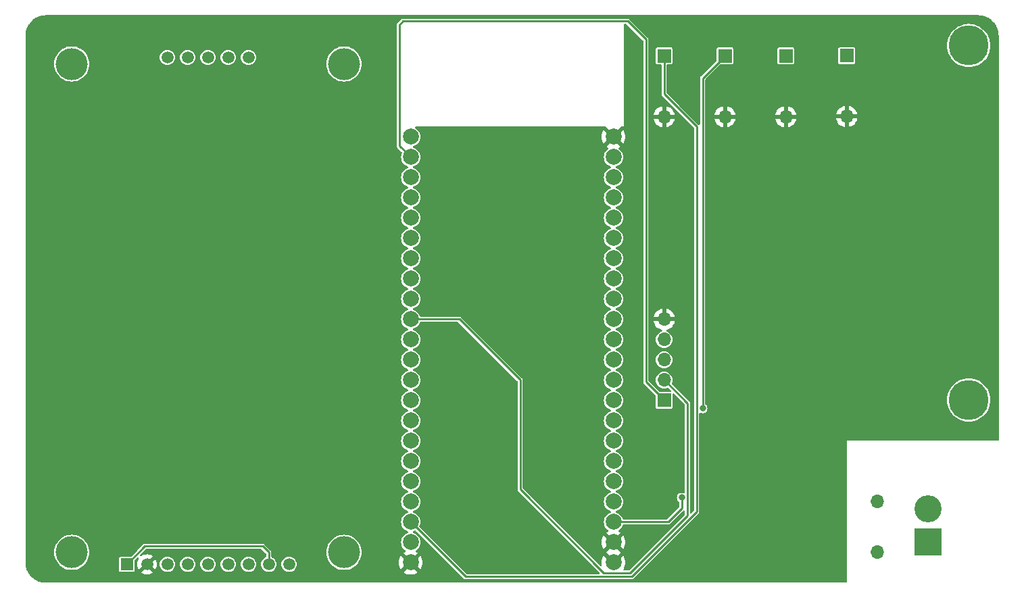
<source format=gbr>
%TF.GenerationSoftware,KiCad,Pcbnew,7.0.7*%
%TF.CreationDate,2023-11-14T16:57:36+01:00*%
%TF.ProjectId,ssr25router,73737232-3572-46f7-9574-65722e6b6963,rev?*%
%TF.SameCoordinates,Original*%
%TF.FileFunction,Copper,L1,Top*%
%TF.FilePolarity,Positive*%
%FSLAX46Y46*%
G04 Gerber Fmt 4.6, Leading zero omitted, Abs format (unit mm)*
G04 Created by KiCad (PCBNEW 7.0.7) date 2023-11-14 16:57:36*
%MOMM*%
%LPD*%
G01*
G04 APERTURE LIST*
%TA.AperFunction,ComponentPad*%
%ADD10R,3.400000X3.400000*%
%TD*%
%TA.AperFunction,ComponentPad*%
%ADD11O,3.400000X3.400000*%
%TD*%
%TA.AperFunction,ComponentPad*%
%ADD12C,0.800000*%
%TD*%
%TA.AperFunction,ComponentPad*%
%ADD13C,5.000000*%
%TD*%
%TA.AperFunction,ComponentPad*%
%ADD14R,1.700000X1.700000*%
%TD*%
%TA.AperFunction,ComponentPad*%
%ADD15O,1.700000X1.700000*%
%TD*%
%TA.AperFunction,ComponentPad*%
%ADD16C,2.000000*%
%TD*%
%TA.AperFunction,ComponentPad*%
%ADD17C,4.000000*%
%TD*%
%TA.AperFunction,ComponentPad*%
%ADD18R,1.500000X1.500000*%
%TD*%
%TA.AperFunction,ComponentPad*%
%ADD19C,1.500000*%
%TD*%
%TA.AperFunction,ViaPad*%
%ADD20C,0.800000*%
%TD*%
%TA.AperFunction,Conductor*%
%ADD21C,0.250000*%
%TD*%
G04 APERTURE END LIST*
D10*
%TO.P,J1,1,Pin_1*%
%TO.N,220V_phase*%
X143510000Y-104140000D03*
D11*
%TO.P,J1,2,Pin_2*%
%TO.N,220V_neutral*%
X143510000Y-99949000D03*
%TD*%
D12*
%TO.P,H2,1*%
%TO.N,N/C*%
X146770825Y-86304175D03*
X147320000Y-84978350D03*
X147320000Y-87630000D03*
X148645825Y-84429175D03*
D13*
X148645825Y-86304175D03*
D12*
X148645825Y-88179175D03*
X149971650Y-84978350D03*
X149971650Y-87630000D03*
X150520825Y-86304175D03*
%TD*%
D14*
%TO.P,U2,1,VCC*%
%TO.N,+3.3V*%
X110490000Y-86360000D03*
D15*
%TO.P,U2,2,RX*%
%TO.N,/TXD*%
X110490000Y-83820000D03*
%TO.P,U2,3,TX*%
%TO.N,/RXD*%
X110490000Y-81280000D03*
%TO.P,U2,4,PF*%
%TO.N,unconnected-(U2-PF-Pad4)*%
X110490000Y-78740000D03*
%TO.P,U2,5,GND*%
%TO.N,GND*%
X110490000Y-76200000D03*
%TO.P,U2,6,UL*%
%TO.N,220V_phase*%
X137160000Y-105410000D03*
%TO.P,U2,7,UN*%
%TO.N,220V_neutral*%
X137160000Y-99060000D03*
%TD*%
D14*
%TO.P,RL3,3*%
%TO.N,/Relay3*%
X118110000Y-43190000D03*
D15*
%TO.P,RL3,4*%
%TO.N,GND*%
X118110000Y-50810000D03*
%TD*%
D14*
%TO.P,RL4,3*%
%TO.N,/Relay4*%
X110490000Y-43190000D03*
D15*
%TO.P,RL4,4*%
%TO.N,GND*%
X110490000Y-50810000D03*
%TD*%
D16*
%TO.P,U1,1,3.3*%
%TO.N,+3.3V*%
X78740000Y-53340000D03*
%TO.P,U1,2,3.3*%
X78740000Y-55880000D03*
%TO.P,U1,3,RST*%
%TO.N,unconnected-(U1-RST-Pad3)*%
X78740000Y-58420000D03*
%TO.P,U1,4,4*%
%TO.N,unconnected-(U1-Pad4)*%
X78740000Y-60960000D03*
%TO.P,U1,5,5*%
%TO.N,unconnected-(U1-Pad5)*%
X78740000Y-63500000D03*
%TO.P,U1,6,6*%
%TO.N,unconnected-(U1-Pad6)*%
X78740000Y-66040000D03*
%TO.P,U1,7,7*%
%TO.N,unconnected-(U1-Pad7)*%
X78740000Y-68580000D03*
%TO.P,U1,8,15*%
%TO.N,/TFT_RST*%
X78740000Y-71120000D03*
%TO.P,U1,9,16*%
%TO.N,/TFT_DC*%
X78740000Y-73660000D03*
%TO.P,U1,10,17*%
%TO.N,/TXD*%
X78740000Y-76200000D03*
%TO.P,U1,11,18*%
%TO.N,/RXD*%
X78740000Y-78740000D03*
%TO.P,U1,12,8*%
%TO.N,unconnected-(U1-8-Pad12)*%
X78740000Y-81280000D03*
%TO.P,U1,13,3*%
%TO.N,unconnected-(U1-3-Pad13)*%
X78740000Y-83820000D03*
%TO.P,U1,14,46*%
%TO.N,unconnected-(U1-46-Pad14)*%
X78740000Y-86360000D03*
%TO.P,U1,15,9*%
%TO.N,unconnected-(U1-9-Pad15)*%
X78740000Y-88900000D03*
%TO.P,U1,16,10*%
%TO.N,/TFT_CS*%
X78740000Y-91440000D03*
%TO.P,U1,17,11*%
%TO.N,/TFT_MOSI*%
X78740000Y-93980000D03*
%TO.P,U1,18,12*%
%TO.N,/TFT_SCK*%
X78740000Y-96520000D03*
%TO.P,U1,19,13*%
%TO.N,/TFT_MISO*%
X78740000Y-99060000D03*
%TO.P,U1,20,14*%
%TO.N,/Relay4*%
X78740000Y-101600000D03*
%TO.P,U1,21,5V*%
%TO.N,unconnected-(U1-5V-Pad21)*%
X78740000Y-104140000D03*
%TO.P,U1,22,GND*%
%TO.N,GND*%
X78740000Y-106680000D03*
%TO.P,U1,23,GND*%
X104141864Y-106680000D03*
%TO.P,U1,24,GND*%
X104140000Y-104140000D03*
%TO.P,U1,25,19*%
%TO.N,/Relay3*%
X104140000Y-101600000D03*
%TO.P,U1,26,20*%
%TO.N,/Relay2*%
X104140000Y-99060000D03*
%TO.P,U1,27,21*%
%TO.N,/Relay1*%
X104140000Y-96520000D03*
%TO.P,U1,28,47*%
%TO.N,unconnected-(U1-47-Pad28)*%
X104140000Y-93980000D03*
%TO.P,U1,29,48*%
%TO.N,unconnected-(U1-48-Pad29)*%
X104140000Y-91440000D03*
%TO.P,U1,30,45*%
%TO.N,unconnected-(U1-45-Pad30)*%
X104140000Y-88900000D03*
%TO.P,U1,31,0*%
%TO.N,unconnected-(U1-0-Pad31)*%
X104140000Y-86360000D03*
%TO.P,U1,32,35*%
%TO.N,unconnected-(U1-35-Pad32)*%
X104140000Y-83820000D03*
%TO.P,U1,33,36*%
%TO.N,unconnected-(U1-36-Pad33)*%
X104140000Y-81280000D03*
%TO.P,U1,34,37*%
%TO.N,unconnected-(U1-37-Pad34)*%
X104140000Y-78740000D03*
%TO.P,U1,35,38*%
%TO.N,unconnected-(U1-38-Pad35)*%
X104140000Y-76200000D03*
%TO.P,U1,36,39*%
%TO.N,unconnected-(U1-39-Pad36)*%
X104140000Y-73660000D03*
%TO.P,U1,37,40*%
%TO.N,unconnected-(U1-40-Pad37)*%
X104140000Y-71120000D03*
%TO.P,U1,38,41*%
%TO.N,unconnected-(U1-41-Pad38)*%
X104140000Y-68580000D03*
%TO.P,U1,39,42*%
%TO.N,unconnected-(U1-42-Pad39)*%
X104140000Y-66040000D03*
%TO.P,U1,40,2*%
%TO.N,unconnected-(U1-2-Pad40)*%
X104140000Y-63500000D03*
%TO.P,U1,41,1*%
%TO.N,unconnected-(U1-1-Pad41)*%
X104140000Y-60960000D03*
%TO.P,U1,42,RX*%
%TO.N,unconnected-(U1-RX-Pad42)*%
X104140000Y-58420000D03*
%TO.P,U1,43,TX*%
%TO.N,unconnected-(U1-TX-Pad43)*%
X104140000Y-55880000D03*
%TO.P,U1,44,GND*%
%TO.N,GND*%
X104140000Y-53340000D03*
%TD*%
D17*
%TO.P,U3,*%
%TO.N,*%
X36290000Y-105410000D03*
X70390000Y-105410000D03*
X36290000Y-44210000D03*
X70390000Y-44210000D03*
D18*
%TO.P,U3,1,VCC*%
%TO.N,+3.3V*%
X43180000Y-106910000D03*
D19*
%TO.P,U3,2,GND*%
%TO.N,GND*%
X45720000Y-106910000D03*
%TO.P,U3,3,~{CS}*%
%TO.N,/TFT_CS*%
X48260000Y-106910000D03*
%TO.P,U3,4,RESET*%
%TO.N,/TFT_RST*%
X50800000Y-106910000D03*
%TO.P,U3,5,D/~{C}*%
%TO.N,/TFT_DC*%
X53340000Y-106910000D03*
%TO.P,U3,6,MOSI*%
%TO.N,/TFT_MOSI*%
X55880000Y-106910000D03*
%TO.P,U3,7,SCK*%
%TO.N,/TFT_SCK*%
X58420000Y-106910000D03*
%TO.P,U3,8,LED*%
%TO.N,+3.3V*%
X60960000Y-106910000D03*
%TO.P,U3,9,MISO*%
%TO.N,/TFT_MISO*%
X63500000Y-106910000D03*
%TO.P,U3,10,SD_CS*%
%TO.N,unconnected-(U3-SD_CS-Pad10)*%
X48260000Y-43390000D03*
%TO.P,U3,11,SD_MOSI*%
%TO.N,unconnected-(U3-SD_MOSI-Pad11)*%
X50800000Y-43390000D03*
%TO.P,U3,12,SD_MISO*%
%TO.N,unconnected-(U3-SD_MISO-Pad12)*%
X53340000Y-43390000D03*
%TO.P,U3,13,SD_SCK*%
%TO.N,unconnected-(U3-SD_SCK-Pad13)*%
X55880000Y-43390000D03*
%TO.P,U3,14,FLASH_CD*%
%TO.N,unconnected-(U3-FLASH_CD-Pad14)*%
X58420000Y-43390000D03*
%TD*%
D14*
%TO.P,RL1,3*%
%TO.N,/Relay1*%
X133350000Y-43180000D03*
D15*
%TO.P,RL1,4*%
%TO.N,GND*%
X133350000Y-50800000D03*
%TD*%
D12*
%TO.P,H1,1*%
%TO.N,N/C*%
X146770825Y-41910000D03*
X147320000Y-40584175D03*
X147320000Y-43235825D03*
X148645825Y-40035000D03*
D13*
X148645825Y-41910000D03*
D12*
X148645825Y-43785000D03*
X149971650Y-40584175D03*
X149971650Y-43235825D03*
X150520825Y-41910000D03*
%TD*%
D14*
%TO.P,RL2,3*%
%TO.N,/Relay2*%
X125730000Y-43190000D03*
D15*
%TO.P,RL2,4*%
%TO.N,GND*%
X125730000Y-50810000D03*
%TD*%
D20*
%TO.N,GND*%
X75565000Y-74676000D03*
X76200000Y-85090000D03*
X68199000Y-54864000D03*
X83058000Y-77343000D03*
X85090000Y-82550000D03*
X75692000Y-99568000D03*
X88646000Y-101981000D03*
%TO.N,/Relay3*%
X112688500Y-98552000D03*
X115316000Y-87376000D03*
%TD*%
D21*
%TO.N,/Relay3*%
X115316000Y-87376000D02*
X115316000Y-45984000D01*
X112522000Y-100076000D02*
X112688500Y-99909500D01*
X104140000Y-101600000D02*
X110998000Y-101600000D01*
X115316000Y-45984000D02*
X118110000Y-43190000D01*
X112688500Y-99909500D02*
X112688500Y-98552000D01*
X110998000Y-101600000D02*
X112522000Y-100076000D01*
%TO.N,/Relay4*%
X114554000Y-52070000D02*
X110490000Y-48006000D01*
X110490000Y-48006000D02*
X110490000Y-43190000D01*
X106432396Y-108455000D02*
X114554000Y-100333396D01*
X78740000Y-101600000D02*
X85595000Y-108455000D01*
X114554000Y-100333396D02*
X114554000Y-52070000D01*
X85595000Y-108455000D02*
X106432396Y-108455000D01*
%TO.N,+3.3V*%
X78740000Y-55880000D02*
X77345000Y-54485000D01*
X45442000Y-104648000D02*
X43180000Y-106910000D01*
X108204000Y-41148000D02*
X108204000Y-84074000D01*
X77345000Y-54485000D02*
X77345000Y-39318222D01*
X60198000Y-104648000D02*
X45442000Y-104648000D01*
X105918000Y-38862000D02*
X108204000Y-41148000D01*
X77345000Y-39318222D02*
X77801222Y-38862000D01*
X60960000Y-106910000D02*
X60960000Y-105410000D01*
X77801222Y-38862000D02*
X105918000Y-38862000D01*
X60960000Y-105410000D02*
X60198000Y-104648000D01*
X108204000Y-84074000D02*
X110490000Y-86360000D01*
%TO.N,/TXD*%
X113413000Y-100838000D02*
X106246000Y-108005000D01*
X106246000Y-108005000D02*
X102925001Y-108005000D01*
X110490000Y-83820000D02*
X113413000Y-86743000D01*
X92456000Y-97535999D02*
X92456000Y-83820000D01*
X84836000Y-76200000D02*
X78740000Y-76200000D01*
X92456000Y-83820000D02*
X84836000Y-76200000D01*
X102925001Y-108005000D02*
X92456000Y-97535999D01*
X113413000Y-86743000D02*
X113413000Y-100838000D01*
%TD*%
%TA.AperFunction,Conductor*%
%TO.N,GND*%
G36*
X84716851Y-76545185D02*
G01*
X84737493Y-76561819D01*
X92094181Y-83918507D01*
X92127666Y-83979830D01*
X92130500Y-84006188D01*
X92130500Y-97519077D01*
X92130264Y-97524484D01*
X92126735Y-97564807D01*
X92137212Y-97603909D01*
X92138383Y-97609189D01*
X92145411Y-97649042D01*
X92147235Y-97654054D01*
X92154197Y-97670860D01*
X92156445Y-97675680D01*
X92156446Y-97675683D01*
X92170452Y-97695686D01*
X92179655Y-97708830D01*
X92182561Y-97713391D01*
X92202806Y-97748454D01*
X92233815Y-97774474D01*
X92237805Y-97778130D01*
X102377493Y-107917819D01*
X102410978Y-107979142D01*
X102405994Y-108048834D01*
X102364122Y-108104767D01*
X102298658Y-108129184D01*
X102289812Y-108129500D01*
X85781188Y-108129500D01*
X85714149Y-108109815D01*
X85693507Y-108093181D01*
X79851400Y-102251074D01*
X79817915Y-102189751D01*
X79822899Y-102120059D01*
X79828077Y-102108128D01*
X79864229Y-102035528D01*
X79925115Y-101821536D01*
X79945643Y-101600000D01*
X79925115Y-101378464D01*
X79864229Y-101164472D01*
X79771931Y-100979113D01*
X79765061Y-100965316D01*
X79765056Y-100965308D01*
X79630979Y-100787761D01*
X79466562Y-100637876D01*
X79466560Y-100637874D01*
X79277404Y-100520754D01*
X79277395Y-100520750D01*
X79154340Y-100473079D01*
X79083475Y-100445625D01*
X79028075Y-100403054D01*
X79004484Y-100337288D01*
X79020195Y-100269207D01*
X79070219Y-100220428D01*
X79083466Y-100214377D01*
X79277401Y-100139247D01*
X79466562Y-100022124D01*
X79630981Y-99872236D01*
X79765058Y-99694689D01*
X79864229Y-99495528D01*
X79925115Y-99281536D01*
X79945643Y-99060000D01*
X79925115Y-98838464D01*
X79864229Y-98624472D01*
X79828143Y-98552001D01*
X79765061Y-98425316D01*
X79765056Y-98425308D01*
X79630979Y-98247761D01*
X79466562Y-98097876D01*
X79466560Y-98097874D01*
X79277404Y-97980754D01*
X79277395Y-97980750D01*
X79183956Y-97944552D01*
X79083475Y-97905625D01*
X79028075Y-97863054D01*
X79004484Y-97797288D01*
X79020195Y-97729207D01*
X79070219Y-97680428D01*
X79083466Y-97674377D01*
X79277401Y-97599247D01*
X79466562Y-97482124D01*
X79630981Y-97332236D01*
X79765058Y-97154689D01*
X79864229Y-96955528D01*
X79925115Y-96741536D01*
X79945643Y-96520000D01*
X79925115Y-96298464D01*
X79864229Y-96084472D01*
X79864224Y-96084461D01*
X79765061Y-95885316D01*
X79765056Y-95885308D01*
X79630979Y-95707761D01*
X79466562Y-95557876D01*
X79466560Y-95557874D01*
X79277404Y-95440754D01*
X79277395Y-95440750D01*
X79183956Y-95404552D01*
X79083475Y-95365625D01*
X79028075Y-95323054D01*
X79004484Y-95257288D01*
X79020195Y-95189207D01*
X79070219Y-95140428D01*
X79083466Y-95134377D01*
X79277401Y-95059247D01*
X79466562Y-94942124D01*
X79630981Y-94792236D01*
X79765058Y-94614689D01*
X79864229Y-94415528D01*
X79925115Y-94201536D01*
X79945643Y-93980000D01*
X79925115Y-93758464D01*
X79864229Y-93544472D01*
X79864224Y-93544461D01*
X79765061Y-93345316D01*
X79765056Y-93345308D01*
X79630979Y-93167761D01*
X79466562Y-93017876D01*
X79466560Y-93017874D01*
X79277404Y-92900754D01*
X79277395Y-92900750D01*
X79183956Y-92864552D01*
X79083475Y-92825625D01*
X79028075Y-92783054D01*
X79004484Y-92717288D01*
X79020195Y-92649207D01*
X79070219Y-92600428D01*
X79083466Y-92594377D01*
X79277401Y-92519247D01*
X79466562Y-92402124D01*
X79630981Y-92252236D01*
X79765058Y-92074689D01*
X79864229Y-91875528D01*
X79925115Y-91661536D01*
X79945643Y-91440000D01*
X79925115Y-91218464D01*
X79864229Y-91004472D01*
X79864224Y-91004461D01*
X79765061Y-90805316D01*
X79765056Y-90805308D01*
X79630979Y-90627761D01*
X79466562Y-90477876D01*
X79466560Y-90477874D01*
X79277404Y-90360754D01*
X79277395Y-90360750D01*
X79183956Y-90324552D01*
X79083475Y-90285625D01*
X79028075Y-90243054D01*
X79004484Y-90177288D01*
X79020195Y-90109207D01*
X79070219Y-90060428D01*
X79083466Y-90054377D01*
X79277401Y-89979247D01*
X79466562Y-89862124D01*
X79630981Y-89712236D01*
X79765058Y-89534689D01*
X79864229Y-89335528D01*
X79925115Y-89121536D01*
X79945643Y-88900000D01*
X79925115Y-88678464D01*
X79864229Y-88464472D01*
X79796883Y-88329223D01*
X79765061Y-88265316D01*
X79765056Y-88265308D01*
X79630979Y-88087761D01*
X79466562Y-87937876D01*
X79466560Y-87937874D01*
X79277404Y-87820754D01*
X79277395Y-87820750D01*
X79183956Y-87784552D01*
X79083475Y-87745625D01*
X79028075Y-87703054D01*
X79004484Y-87637288D01*
X79020195Y-87569207D01*
X79070219Y-87520428D01*
X79083466Y-87514377D01*
X79277401Y-87439247D01*
X79466562Y-87322124D01*
X79630981Y-87172236D01*
X79765058Y-86994689D01*
X79864229Y-86795528D01*
X79925115Y-86581536D01*
X79945643Y-86360000D01*
X79925115Y-86138464D01*
X79864229Y-85924472D01*
X79812799Y-85821187D01*
X79765061Y-85725316D01*
X79765056Y-85725308D01*
X79630979Y-85547761D01*
X79466562Y-85397876D01*
X79466560Y-85397874D01*
X79277404Y-85280754D01*
X79277395Y-85280750D01*
X79183956Y-85244552D01*
X79083475Y-85205625D01*
X79028075Y-85163054D01*
X79004484Y-85097288D01*
X79020195Y-85029207D01*
X79070219Y-84980428D01*
X79083466Y-84974377D01*
X79277401Y-84899247D01*
X79466562Y-84782124D01*
X79630981Y-84632236D01*
X79765058Y-84454689D01*
X79864229Y-84255528D01*
X79925115Y-84041536D01*
X79945643Y-83820000D01*
X79942973Y-83791191D01*
X79925115Y-83598464D01*
X79925114Y-83598462D01*
X79920296Y-83581529D01*
X79864229Y-83384472D01*
X79864224Y-83384461D01*
X79765061Y-83185316D01*
X79765056Y-83185308D01*
X79630979Y-83007761D01*
X79466562Y-82857876D01*
X79466560Y-82857874D01*
X79277404Y-82740754D01*
X79277395Y-82740750D01*
X79183956Y-82704552D01*
X79083475Y-82665625D01*
X79028075Y-82623054D01*
X79004484Y-82557288D01*
X79020195Y-82489207D01*
X79070219Y-82440428D01*
X79083466Y-82434377D01*
X79277401Y-82359247D01*
X79466562Y-82242124D01*
X79630981Y-82092236D01*
X79765058Y-81914689D01*
X79864229Y-81715528D01*
X79925115Y-81501536D01*
X79945643Y-81280000D01*
X79925115Y-81058464D01*
X79864229Y-80844472D01*
X79864224Y-80844461D01*
X79765061Y-80645316D01*
X79765056Y-80645308D01*
X79630979Y-80467761D01*
X79466562Y-80317876D01*
X79466560Y-80317874D01*
X79277404Y-80200754D01*
X79277395Y-80200750D01*
X79183956Y-80164552D01*
X79083475Y-80125625D01*
X79028075Y-80083054D01*
X79004484Y-80017288D01*
X79020195Y-79949207D01*
X79070219Y-79900428D01*
X79083466Y-79894377D01*
X79277401Y-79819247D01*
X79466562Y-79702124D01*
X79630981Y-79552236D01*
X79765058Y-79374689D01*
X79864229Y-79175528D01*
X79925115Y-78961536D01*
X79945643Y-78740000D01*
X79925115Y-78518464D01*
X79864229Y-78304472D01*
X79864224Y-78304461D01*
X79765061Y-78105316D01*
X79765056Y-78105308D01*
X79630979Y-77927761D01*
X79466562Y-77777876D01*
X79466560Y-77777874D01*
X79277404Y-77660754D01*
X79277395Y-77660750D01*
X79183956Y-77624552D01*
X79083475Y-77585625D01*
X79028075Y-77543054D01*
X79004484Y-77477288D01*
X79020195Y-77409207D01*
X79070219Y-77360428D01*
X79083466Y-77354377D01*
X79277401Y-77279247D01*
X79466562Y-77162124D01*
X79630981Y-77012236D01*
X79765058Y-76834689D01*
X79864229Y-76635528D01*
X79869909Y-76615564D01*
X79907189Y-76556472D01*
X79970498Y-76526915D01*
X79989175Y-76525500D01*
X84649812Y-76525500D01*
X84716851Y-76545185D01*
G37*
%TD.AperFunction*%
%TA.AperFunction,Conductor*%
G36*
X113006834Y-100154005D02*
G01*
X113062767Y-100195877D01*
X113087184Y-100261342D01*
X113087500Y-100270187D01*
X113087500Y-100651811D01*
X113067815Y-100718850D01*
X113051181Y-100739492D01*
X106147493Y-107643181D01*
X106086170Y-107676666D01*
X106059812Y-107679500D01*
X105509749Y-107679500D01*
X105442710Y-107659815D01*
X105396955Y-107607011D01*
X105387011Y-107537853D01*
X105405940Y-107487679D01*
X105465596Y-107396367D01*
X105565451Y-107168717D01*
X105626476Y-106927738D01*
X105626478Y-106927729D01*
X105647005Y-106680005D01*
X105647005Y-106679994D01*
X105626478Y-106432270D01*
X105626476Y-106432261D01*
X105565451Y-106191282D01*
X105465595Y-105963630D01*
X105365298Y-105810116D01*
X104750813Y-106424602D01*
X104689490Y-106458087D01*
X104619798Y-106453103D01*
X104563865Y-106411231D01*
X104558817Y-106403961D01*
X104523625Y-106349202D01*
X104414964Y-106255048D01*
X104414963Y-106255047D01*
X104408262Y-106249241D01*
X104410562Y-106246585D01*
X104375824Y-106206428D01*
X104365938Y-106137261D01*
X104395016Y-106073729D01*
X104400980Y-106067329D01*
X105011920Y-105456389D01*
X105008347Y-105398832D01*
X105008347Y-105391140D01*
X105010056Y-105363609D01*
X104399116Y-104752669D01*
X104365631Y-104691346D01*
X104370615Y-104621654D01*
X104407641Y-104572193D01*
X104406398Y-104570759D01*
X104413100Y-104564952D01*
X104521761Y-104470798D01*
X104556954Y-104416037D01*
X104609755Y-104370283D01*
X104678914Y-104360339D01*
X104742470Y-104389363D01*
X104748949Y-104395396D01*
X105363434Y-105009882D01*
X105463731Y-104856369D01*
X105563587Y-104628717D01*
X105624612Y-104387738D01*
X105624614Y-104387729D01*
X105645141Y-104140005D01*
X105645141Y-104139994D01*
X105624614Y-103892270D01*
X105624612Y-103892261D01*
X105563587Y-103651282D01*
X105463731Y-103423630D01*
X105363434Y-103270116D01*
X104748949Y-103884602D01*
X104687626Y-103918087D01*
X104617934Y-103913103D01*
X104562001Y-103871231D01*
X104556953Y-103863961D01*
X104521761Y-103809202D01*
X104406398Y-103709241D01*
X104408698Y-103706585D01*
X104373960Y-103666428D01*
X104364074Y-103597261D01*
X104393152Y-103533729D01*
X104399116Y-103527329D01*
X105010056Y-102916389D01*
X104963229Y-102879943D01*
X104825929Y-102805640D01*
X104776338Y-102756420D01*
X104761230Y-102688204D01*
X104785400Y-102622648D01*
X104819666Y-102591160D01*
X104866562Y-102562124D01*
X105030981Y-102412236D01*
X105165058Y-102234689D01*
X105264229Y-102035528D01*
X105269909Y-102015564D01*
X105307189Y-101956472D01*
X105370498Y-101926915D01*
X105389175Y-101925500D01*
X110981078Y-101925500D01*
X110986481Y-101925735D01*
X111026807Y-101929264D01*
X111065940Y-101918777D01*
X111071162Y-101917619D01*
X111111045Y-101910588D01*
X111111050Y-101910584D01*
X111116099Y-101908747D01*
X111132824Y-101901819D01*
X111137681Y-101899554D01*
X111137684Y-101899554D01*
X111170841Y-101876335D01*
X111175390Y-101873438D01*
X111210455Y-101853194D01*
X111236481Y-101822176D01*
X111240122Y-101818202D01*
X112772298Y-100286029D01*
X112772299Y-100286026D01*
X112779355Y-100278971D01*
X112779360Y-100278964D01*
X112875821Y-100182503D01*
X112937143Y-100149021D01*
X113006834Y-100154005D01*
G37*
%TD.AperFunction*%
%TA.AperFunction,Conductor*%
G36*
X103239229Y-52089685D02*
G01*
X103259871Y-52106319D01*
X103880883Y-52727330D01*
X103914368Y-52788653D01*
X103909384Y-52858344D01*
X103872358Y-52907805D01*
X103873602Y-52909241D01*
X103758238Y-53009202D01*
X103723046Y-53063962D01*
X103670242Y-53109717D01*
X103601083Y-53119660D01*
X103537528Y-53090634D01*
X103531050Y-53084603D01*
X102916564Y-52470116D01*
X102816267Y-52623632D01*
X102716412Y-52851282D01*
X102655387Y-53092261D01*
X102655385Y-53092270D01*
X102634858Y-53339994D01*
X102634858Y-53340005D01*
X102655385Y-53587729D01*
X102655387Y-53587738D01*
X102716412Y-53828717D01*
X102816266Y-54056364D01*
X102916564Y-54209882D01*
X103531050Y-53595395D01*
X103592373Y-53561910D01*
X103662064Y-53566894D01*
X103717998Y-53608765D01*
X103723039Y-53616025D01*
X103723048Y-53616039D01*
X103758239Y-53670798D01*
X103873602Y-53770759D01*
X103871293Y-53773422D01*
X103906006Y-53813499D01*
X103915935Y-53882660D01*
X103886898Y-53946210D01*
X103880882Y-53952669D01*
X103269942Y-54563609D01*
X103316768Y-54600055D01*
X103316770Y-54600056D01*
X103454070Y-54674359D01*
X103503661Y-54723578D01*
X103518769Y-54791795D01*
X103494599Y-54857351D01*
X103460331Y-54888841D01*
X103413436Y-54917877D01*
X103249020Y-55067761D01*
X103114943Y-55245308D01*
X103114938Y-55245316D01*
X103015775Y-55444461D01*
X103015769Y-55444476D01*
X102954885Y-55658462D01*
X102954884Y-55658464D01*
X102934357Y-55879999D01*
X102934357Y-55880000D01*
X102954884Y-56101535D01*
X102954885Y-56101537D01*
X103015769Y-56315523D01*
X103015775Y-56315538D01*
X103114938Y-56514683D01*
X103114943Y-56514691D01*
X103249020Y-56692238D01*
X103413437Y-56842123D01*
X103413439Y-56842125D01*
X103602595Y-56959245D01*
X103602596Y-56959245D01*
X103602599Y-56959247D01*
X103796524Y-57034374D01*
X103851924Y-57076946D01*
X103875515Y-57142713D01*
X103859804Y-57210793D01*
X103809780Y-57259572D01*
X103796533Y-57265622D01*
X103648488Y-57322975D01*
X103602601Y-57340752D01*
X103602595Y-57340754D01*
X103413439Y-57457874D01*
X103413437Y-57457876D01*
X103249020Y-57607761D01*
X103114943Y-57785308D01*
X103114938Y-57785316D01*
X103015775Y-57984461D01*
X103015769Y-57984476D01*
X102954885Y-58198462D01*
X102954884Y-58198464D01*
X102934357Y-58419999D01*
X102934357Y-58420000D01*
X102954884Y-58641535D01*
X102954885Y-58641537D01*
X103015769Y-58855523D01*
X103015775Y-58855538D01*
X103114938Y-59054683D01*
X103114943Y-59054691D01*
X103249020Y-59232238D01*
X103413437Y-59382123D01*
X103413439Y-59382125D01*
X103602595Y-59499245D01*
X103602596Y-59499245D01*
X103602599Y-59499247D01*
X103796524Y-59574374D01*
X103851924Y-59616946D01*
X103875515Y-59682713D01*
X103859804Y-59750793D01*
X103809780Y-59799572D01*
X103796533Y-59805622D01*
X103648488Y-59862975D01*
X103602601Y-59880752D01*
X103602595Y-59880754D01*
X103413439Y-59997874D01*
X103413437Y-59997876D01*
X103249020Y-60147761D01*
X103114943Y-60325308D01*
X103114938Y-60325316D01*
X103015775Y-60524461D01*
X103015769Y-60524476D01*
X102954885Y-60738462D01*
X102954884Y-60738464D01*
X102934357Y-60959999D01*
X102934357Y-60960000D01*
X102954884Y-61181535D01*
X102954885Y-61181537D01*
X103015769Y-61395523D01*
X103015775Y-61395538D01*
X103114938Y-61594683D01*
X103114943Y-61594691D01*
X103249020Y-61772238D01*
X103413437Y-61922123D01*
X103413439Y-61922125D01*
X103602595Y-62039245D01*
X103602596Y-62039245D01*
X103602599Y-62039247D01*
X103796524Y-62114374D01*
X103851924Y-62156946D01*
X103875515Y-62222713D01*
X103859804Y-62290793D01*
X103809780Y-62339572D01*
X103796533Y-62345622D01*
X103648488Y-62402975D01*
X103602601Y-62420752D01*
X103602595Y-62420754D01*
X103413439Y-62537874D01*
X103413437Y-62537876D01*
X103249020Y-62687761D01*
X103114943Y-62865308D01*
X103114938Y-62865316D01*
X103015775Y-63064461D01*
X103015769Y-63064476D01*
X102954885Y-63278462D01*
X102954884Y-63278464D01*
X102934357Y-63499999D01*
X102934357Y-63500000D01*
X102954884Y-63721535D01*
X102954885Y-63721537D01*
X103015769Y-63935523D01*
X103015775Y-63935538D01*
X103114938Y-64134683D01*
X103114943Y-64134691D01*
X103249020Y-64312238D01*
X103413437Y-64462123D01*
X103413439Y-64462125D01*
X103602595Y-64579245D01*
X103602596Y-64579245D01*
X103602599Y-64579247D01*
X103796524Y-64654374D01*
X103851924Y-64696946D01*
X103875515Y-64762713D01*
X103859804Y-64830793D01*
X103809780Y-64879572D01*
X103796533Y-64885622D01*
X103648488Y-64942975D01*
X103602601Y-64960752D01*
X103602595Y-64960754D01*
X103413439Y-65077874D01*
X103413437Y-65077876D01*
X103249020Y-65227761D01*
X103114943Y-65405308D01*
X103114938Y-65405316D01*
X103015775Y-65604461D01*
X103015769Y-65604476D01*
X102954885Y-65818462D01*
X102954884Y-65818464D01*
X102934357Y-66039999D01*
X102934357Y-66040000D01*
X102954884Y-66261535D01*
X102954885Y-66261537D01*
X103015769Y-66475523D01*
X103015775Y-66475538D01*
X103114938Y-66674683D01*
X103114943Y-66674691D01*
X103249020Y-66852238D01*
X103413437Y-67002123D01*
X103413439Y-67002125D01*
X103602595Y-67119245D01*
X103602596Y-67119245D01*
X103602599Y-67119247D01*
X103796524Y-67194374D01*
X103851924Y-67236946D01*
X103875515Y-67302713D01*
X103859804Y-67370793D01*
X103809780Y-67419572D01*
X103796533Y-67425622D01*
X103648488Y-67482975D01*
X103602601Y-67500752D01*
X103602595Y-67500754D01*
X103413439Y-67617874D01*
X103413437Y-67617876D01*
X103249020Y-67767761D01*
X103114943Y-67945308D01*
X103114938Y-67945316D01*
X103015775Y-68144461D01*
X103015769Y-68144476D01*
X102954885Y-68358462D01*
X102954884Y-68358464D01*
X102934357Y-68579999D01*
X102934357Y-68580000D01*
X102954884Y-68801535D01*
X102954885Y-68801537D01*
X103015769Y-69015523D01*
X103015775Y-69015538D01*
X103114938Y-69214683D01*
X103114943Y-69214691D01*
X103249020Y-69392238D01*
X103413437Y-69542123D01*
X103413439Y-69542125D01*
X103602595Y-69659245D01*
X103602596Y-69659245D01*
X103602599Y-69659247D01*
X103796524Y-69734374D01*
X103851924Y-69776946D01*
X103875515Y-69842713D01*
X103859804Y-69910793D01*
X103809780Y-69959572D01*
X103796533Y-69965622D01*
X103648488Y-70022975D01*
X103602601Y-70040752D01*
X103602595Y-70040754D01*
X103413439Y-70157874D01*
X103413437Y-70157876D01*
X103249020Y-70307761D01*
X103114943Y-70485308D01*
X103114938Y-70485316D01*
X103015775Y-70684461D01*
X103015769Y-70684476D01*
X102954885Y-70898462D01*
X102954884Y-70898464D01*
X102934357Y-71119999D01*
X102934357Y-71120000D01*
X102954884Y-71341535D01*
X102954885Y-71341537D01*
X103015769Y-71555523D01*
X103015775Y-71555538D01*
X103114938Y-71754683D01*
X103114943Y-71754691D01*
X103249020Y-71932238D01*
X103413437Y-72082123D01*
X103413439Y-72082125D01*
X103602595Y-72199245D01*
X103602596Y-72199245D01*
X103602599Y-72199247D01*
X103796524Y-72274374D01*
X103851924Y-72316946D01*
X103875515Y-72382713D01*
X103859804Y-72450793D01*
X103809780Y-72499572D01*
X103796533Y-72505622D01*
X103648488Y-72562975D01*
X103602601Y-72580752D01*
X103602595Y-72580754D01*
X103413439Y-72697874D01*
X103413437Y-72697876D01*
X103249020Y-72847761D01*
X103114943Y-73025308D01*
X103114938Y-73025316D01*
X103015775Y-73224461D01*
X103015769Y-73224476D01*
X102954885Y-73438462D01*
X102954884Y-73438464D01*
X102934357Y-73659999D01*
X102934357Y-73660000D01*
X102954884Y-73881535D01*
X102954885Y-73881537D01*
X103015769Y-74095523D01*
X103015775Y-74095538D01*
X103114938Y-74294683D01*
X103114943Y-74294691D01*
X103249020Y-74472238D01*
X103413437Y-74622123D01*
X103413439Y-74622125D01*
X103602595Y-74739245D01*
X103602596Y-74739245D01*
X103602599Y-74739247D01*
X103796524Y-74814374D01*
X103851924Y-74856946D01*
X103875515Y-74922713D01*
X103859804Y-74990793D01*
X103809780Y-75039572D01*
X103796533Y-75045622D01*
X103648488Y-75102975D01*
X103602601Y-75120752D01*
X103602595Y-75120754D01*
X103413439Y-75237874D01*
X103413437Y-75237876D01*
X103249020Y-75387761D01*
X103114943Y-75565308D01*
X103114938Y-75565316D01*
X103015775Y-75764461D01*
X103015769Y-75764476D01*
X102954885Y-75978462D01*
X102954884Y-75978464D01*
X102934357Y-76199999D01*
X102934357Y-76200000D01*
X102954884Y-76421535D01*
X102954885Y-76421537D01*
X103015769Y-76635523D01*
X103015775Y-76635538D01*
X103114938Y-76834683D01*
X103114943Y-76834691D01*
X103249020Y-77012238D01*
X103413437Y-77162123D01*
X103413439Y-77162125D01*
X103602595Y-77279245D01*
X103602596Y-77279245D01*
X103602599Y-77279247D01*
X103796524Y-77354374D01*
X103851924Y-77396946D01*
X103875515Y-77462713D01*
X103859804Y-77530793D01*
X103809780Y-77579572D01*
X103796533Y-77585622D01*
X103649757Y-77642484D01*
X103602601Y-77660752D01*
X103602595Y-77660754D01*
X103413439Y-77777874D01*
X103413437Y-77777876D01*
X103249020Y-77927761D01*
X103114943Y-78105308D01*
X103114938Y-78105316D01*
X103015775Y-78304461D01*
X103015769Y-78304476D01*
X102954885Y-78518462D01*
X102954884Y-78518464D01*
X102934357Y-78739999D01*
X102934357Y-78740000D01*
X102954884Y-78961535D01*
X102954885Y-78961537D01*
X103015769Y-79175523D01*
X103015775Y-79175538D01*
X103114938Y-79374683D01*
X103114943Y-79374691D01*
X103249020Y-79552238D01*
X103413437Y-79702123D01*
X103413439Y-79702125D01*
X103602595Y-79819245D01*
X103602596Y-79819245D01*
X103602599Y-79819247D01*
X103796524Y-79894374D01*
X103851924Y-79936946D01*
X103875515Y-80002713D01*
X103859804Y-80070793D01*
X103809780Y-80119572D01*
X103796533Y-80125622D01*
X103648488Y-80182975D01*
X103602601Y-80200752D01*
X103602595Y-80200754D01*
X103413439Y-80317874D01*
X103413437Y-80317876D01*
X103249020Y-80467761D01*
X103114943Y-80645308D01*
X103114938Y-80645316D01*
X103015775Y-80844461D01*
X103015769Y-80844476D01*
X102954885Y-81058462D01*
X102954884Y-81058464D01*
X102934357Y-81279999D01*
X102934357Y-81280000D01*
X102954884Y-81501535D01*
X102954885Y-81501537D01*
X103015769Y-81715523D01*
X103015775Y-81715538D01*
X103114938Y-81914683D01*
X103114943Y-81914691D01*
X103249020Y-82092238D01*
X103413437Y-82242123D01*
X103413439Y-82242125D01*
X103602595Y-82359245D01*
X103602596Y-82359245D01*
X103602599Y-82359247D01*
X103796524Y-82434374D01*
X103851924Y-82476946D01*
X103875515Y-82542713D01*
X103859804Y-82610793D01*
X103809780Y-82659572D01*
X103796533Y-82665622D01*
X103648488Y-82722975D01*
X103602601Y-82740752D01*
X103602595Y-82740754D01*
X103413439Y-82857874D01*
X103413437Y-82857876D01*
X103249020Y-83007761D01*
X103114943Y-83185308D01*
X103114938Y-83185316D01*
X103015775Y-83384461D01*
X103015769Y-83384476D01*
X102954885Y-83598462D01*
X102954884Y-83598464D01*
X102934357Y-83819999D01*
X102934357Y-83820000D01*
X102954884Y-84041535D01*
X102954885Y-84041537D01*
X103015769Y-84255523D01*
X103015775Y-84255538D01*
X103114938Y-84454683D01*
X103114943Y-84454691D01*
X103249020Y-84632238D01*
X103413437Y-84782123D01*
X103413439Y-84782125D01*
X103602595Y-84899245D01*
X103602596Y-84899245D01*
X103602599Y-84899247D01*
X103796524Y-84974374D01*
X103851924Y-85016946D01*
X103875515Y-85082713D01*
X103859804Y-85150793D01*
X103809780Y-85199572D01*
X103796533Y-85205622D01*
X103648488Y-85262975D01*
X103602601Y-85280752D01*
X103602595Y-85280754D01*
X103413439Y-85397874D01*
X103413437Y-85397876D01*
X103249020Y-85547761D01*
X103114943Y-85725308D01*
X103114938Y-85725316D01*
X103015775Y-85924461D01*
X103015769Y-85924476D01*
X102954885Y-86138462D01*
X102954884Y-86138464D01*
X102934357Y-86359999D01*
X102934357Y-86360000D01*
X102954884Y-86581535D01*
X102954885Y-86581537D01*
X103015769Y-86795523D01*
X103015775Y-86795538D01*
X103114938Y-86994683D01*
X103114943Y-86994691D01*
X103249020Y-87172238D01*
X103413437Y-87322123D01*
X103413439Y-87322125D01*
X103602595Y-87439245D01*
X103602596Y-87439245D01*
X103602599Y-87439247D01*
X103796524Y-87514374D01*
X103851924Y-87556946D01*
X103875515Y-87622713D01*
X103859804Y-87690793D01*
X103809780Y-87739572D01*
X103796533Y-87745622D01*
X103672761Y-87793572D01*
X103602601Y-87820752D01*
X103602595Y-87820754D01*
X103413439Y-87937874D01*
X103413437Y-87937876D01*
X103249020Y-88087761D01*
X103114943Y-88265308D01*
X103114938Y-88265316D01*
X103015775Y-88464461D01*
X103015769Y-88464476D01*
X102954885Y-88678462D01*
X102954884Y-88678464D01*
X102934357Y-88899999D01*
X102934357Y-88900000D01*
X102954884Y-89121535D01*
X102954885Y-89121537D01*
X103015769Y-89335523D01*
X103015775Y-89335538D01*
X103114938Y-89534683D01*
X103114943Y-89534691D01*
X103249020Y-89712238D01*
X103413437Y-89862123D01*
X103413439Y-89862125D01*
X103602595Y-89979245D01*
X103602596Y-89979245D01*
X103602599Y-89979247D01*
X103796524Y-90054374D01*
X103851924Y-90096946D01*
X103875515Y-90162713D01*
X103859804Y-90230793D01*
X103809780Y-90279572D01*
X103796533Y-90285622D01*
X103648488Y-90342975D01*
X103602601Y-90360752D01*
X103602595Y-90360754D01*
X103413439Y-90477874D01*
X103413437Y-90477876D01*
X103249020Y-90627761D01*
X103114943Y-90805308D01*
X103114938Y-90805316D01*
X103015775Y-91004461D01*
X103015769Y-91004476D01*
X102954885Y-91218462D01*
X102954884Y-91218464D01*
X102934357Y-91439999D01*
X102934357Y-91440000D01*
X102954884Y-91661535D01*
X102954885Y-91661537D01*
X103015769Y-91875523D01*
X103015775Y-91875538D01*
X103114938Y-92074683D01*
X103114943Y-92074691D01*
X103249020Y-92252238D01*
X103413437Y-92402123D01*
X103413439Y-92402125D01*
X103602595Y-92519245D01*
X103602596Y-92519245D01*
X103602599Y-92519247D01*
X103796524Y-92594374D01*
X103851924Y-92636946D01*
X103875515Y-92702713D01*
X103859804Y-92770793D01*
X103809780Y-92819572D01*
X103796533Y-92825622D01*
X103648488Y-92882975D01*
X103602601Y-92900752D01*
X103602595Y-92900754D01*
X103413439Y-93017874D01*
X103413437Y-93017876D01*
X103249020Y-93167761D01*
X103114943Y-93345308D01*
X103114938Y-93345316D01*
X103015775Y-93544461D01*
X103015769Y-93544476D01*
X102954885Y-93758462D01*
X102954884Y-93758464D01*
X102934357Y-93979999D01*
X102934357Y-93980000D01*
X102954884Y-94201535D01*
X102954885Y-94201537D01*
X103015769Y-94415523D01*
X103015775Y-94415538D01*
X103114938Y-94614683D01*
X103114943Y-94614691D01*
X103249020Y-94792238D01*
X103413437Y-94942123D01*
X103413439Y-94942125D01*
X103602595Y-95059245D01*
X103602596Y-95059245D01*
X103602599Y-95059247D01*
X103796524Y-95134374D01*
X103851924Y-95176946D01*
X103875515Y-95242713D01*
X103859804Y-95310793D01*
X103809780Y-95359572D01*
X103796533Y-95365622D01*
X103648488Y-95422975D01*
X103602601Y-95440752D01*
X103602595Y-95440754D01*
X103413439Y-95557874D01*
X103413437Y-95557876D01*
X103249020Y-95707761D01*
X103114943Y-95885308D01*
X103114938Y-95885316D01*
X103015775Y-96084461D01*
X103015769Y-96084476D01*
X102954885Y-96298462D01*
X102954884Y-96298464D01*
X102934357Y-96519999D01*
X102934357Y-96520000D01*
X102954884Y-96741535D01*
X102954885Y-96741537D01*
X103015769Y-96955523D01*
X103015775Y-96955538D01*
X103114938Y-97154683D01*
X103114943Y-97154691D01*
X103249020Y-97332238D01*
X103413437Y-97482123D01*
X103413439Y-97482125D01*
X103602595Y-97599245D01*
X103602596Y-97599245D01*
X103602599Y-97599247D01*
X103796524Y-97674374D01*
X103851924Y-97716946D01*
X103875515Y-97782713D01*
X103859804Y-97850793D01*
X103809780Y-97899572D01*
X103796533Y-97905622D01*
X103691486Y-97946318D01*
X103602601Y-97980752D01*
X103602595Y-97980754D01*
X103413439Y-98097874D01*
X103413437Y-98097876D01*
X103249020Y-98247761D01*
X103114943Y-98425308D01*
X103114938Y-98425316D01*
X103015775Y-98624461D01*
X103015769Y-98624476D01*
X102954885Y-98838462D01*
X102954884Y-98838464D01*
X102934357Y-99059999D01*
X102934357Y-99060000D01*
X102954884Y-99281535D01*
X102954885Y-99281537D01*
X103015769Y-99495523D01*
X103015775Y-99495538D01*
X103114938Y-99694683D01*
X103114943Y-99694691D01*
X103249020Y-99872238D01*
X103413437Y-100022123D01*
X103413439Y-100022125D01*
X103602595Y-100139245D01*
X103602596Y-100139245D01*
X103602599Y-100139247D01*
X103796524Y-100214374D01*
X103851924Y-100256946D01*
X103875515Y-100322713D01*
X103859804Y-100390793D01*
X103809780Y-100439572D01*
X103796533Y-100445622D01*
X103648488Y-100502975D01*
X103602601Y-100520752D01*
X103602595Y-100520754D01*
X103413439Y-100637874D01*
X103413437Y-100637876D01*
X103249020Y-100787761D01*
X103114943Y-100965308D01*
X103114938Y-100965316D01*
X103015775Y-101164461D01*
X103015769Y-101164476D01*
X102954885Y-101378462D01*
X102954884Y-101378464D01*
X102934357Y-101599999D01*
X102934357Y-101600000D01*
X102954884Y-101821535D01*
X102954885Y-101821537D01*
X103015769Y-102035523D01*
X103015775Y-102035538D01*
X103114938Y-102234683D01*
X103114943Y-102234691D01*
X103249020Y-102412238D01*
X103413436Y-102562123D01*
X103427685Y-102570945D01*
X103460330Y-102591158D01*
X103506966Y-102643185D01*
X103518070Y-102712166D01*
X103490118Y-102776201D01*
X103454071Y-102805639D01*
X103316765Y-102879945D01*
X103269942Y-102916388D01*
X103269942Y-102916390D01*
X103880883Y-103527330D01*
X103914368Y-103588653D01*
X103909384Y-103658344D01*
X103872358Y-103707805D01*
X103873602Y-103709241D01*
X103758238Y-103809202D01*
X103723046Y-103863962D01*
X103670242Y-103909717D01*
X103601083Y-103919660D01*
X103537528Y-103890634D01*
X103531050Y-103884603D01*
X102916564Y-103270116D01*
X102816267Y-103423632D01*
X102716412Y-103651282D01*
X102655387Y-103892261D01*
X102655385Y-103892270D01*
X102634858Y-104139994D01*
X102634858Y-104140005D01*
X102655385Y-104387729D01*
X102655387Y-104387738D01*
X102716412Y-104628717D01*
X102816266Y-104856364D01*
X102916564Y-105009882D01*
X103531050Y-104395395D01*
X103592373Y-104361910D01*
X103662064Y-104366894D01*
X103717998Y-104408765D01*
X103723039Y-104416025D01*
X103758239Y-104470798D01*
X103829234Y-104532315D01*
X103873602Y-104570759D01*
X103871293Y-104573422D01*
X103906006Y-104613499D01*
X103915935Y-104682660D01*
X103886898Y-104746210D01*
X103880882Y-104752669D01*
X103269941Y-105363609D01*
X103273515Y-105421168D01*
X103273515Y-105428859D01*
X103271805Y-105456389D01*
X103882747Y-106067330D01*
X103916232Y-106128653D01*
X103911248Y-106198344D01*
X103874222Y-106247805D01*
X103875466Y-106249241D01*
X103760102Y-106349202D01*
X103724910Y-106403962D01*
X103672106Y-106449717D01*
X103602947Y-106459660D01*
X103539392Y-106430634D01*
X103532914Y-106424603D01*
X102918428Y-105810116D01*
X102818131Y-105963632D01*
X102718276Y-106191282D01*
X102657251Y-106432261D01*
X102657249Y-106432270D01*
X102636722Y-106679994D01*
X102636722Y-106680005D01*
X102657249Y-106927729D01*
X102657251Y-106927742D01*
X102665110Y-106958774D01*
X102662484Y-107028595D01*
X102622528Y-107085912D01*
X102557927Y-107112528D01*
X102489191Y-107099993D01*
X102457223Y-107076895D01*
X92817819Y-97437491D01*
X92784334Y-97376168D01*
X92781500Y-97349810D01*
X92781500Y-83836909D01*
X92781736Y-83831502D01*
X92782743Y-83820000D01*
X92785263Y-83791193D01*
X92785262Y-83791192D01*
X92785263Y-83791191D01*
X92774785Y-83752090D01*
X92773618Y-83746830D01*
X92766588Y-83706955D01*
X92766587Y-83706953D01*
X92764760Y-83701933D01*
X92757820Y-83685176D01*
X92755554Y-83680319D01*
X92755554Y-83680316D01*
X92732337Y-83647159D01*
X92729435Y-83642605D01*
X92709194Y-83607545D01*
X92678182Y-83581522D01*
X92674210Y-83577883D01*
X85078119Y-75981793D01*
X85074474Y-75977814D01*
X85048456Y-75946807D01*
X85048455Y-75946806D01*
X85037058Y-75940226D01*
X85013392Y-75926561D01*
X85008831Y-75923655D01*
X84995687Y-75914452D01*
X84975684Y-75900446D01*
X84975681Y-75900445D01*
X84970861Y-75898197D01*
X84954055Y-75891235D01*
X84949043Y-75889411D01*
X84909190Y-75882383D01*
X84903910Y-75881212D01*
X84864808Y-75870735D01*
X84829892Y-75873790D01*
X84824481Y-75874264D01*
X84819078Y-75874500D01*
X79989175Y-75874500D01*
X79922136Y-75854815D01*
X79876381Y-75802011D01*
X79869909Y-75784435D01*
X79864231Y-75764480D01*
X79864229Y-75764472D01*
X79809587Y-75654736D01*
X79765063Y-75565320D01*
X79765056Y-75565308D01*
X79630979Y-75387761D01*
X79466562Y-75237876D01*
X79466560Y-75237874D01*
X79277404Y-75120754D01*
X79277395Y-75120750D01*
X79183956Y-75084552D01*
X79083475Y-75045625D01*
X79028075Y-75003054D01*
X79004484Y-74937288D01*
X79020195Y-74869207D01*
X79070219Y-74820428D01*
X79083466Y-74814377D01*
X79277401Y-74739247D01*
X79466562Y-74622124D01*
X79630981Y-74472236D01*
X79765058Y-74294689D01*
X79864229Y-74095528D01*
X79925115Y-73881536D01*
X79945643Y-73660000D01*
X79925115Y-73438464D01*
X79864229Y-73224472D01*
X79864224Y-73224461D01*
X79765061Y-73025316D01*
X79765056Y-73025308D01*
X79630979Y-72847761D01*
X79466562Y-72697876D01*
X79466560Y-72697874D01*
X79277404Y-72580754D01*
X79277395Y-72580750D01*
X79183956Y-72544552D01*
X79083475Y-72505625D01*
X79028075Y-72463054D01*
X79004484Y-72397288D01*
X79020195Y-72329207D01*
X79070219Y-72280428D01*
X79083466Y-72274377D01*
X79277401Y-72199247D01*
X79466562Y-72082124D01*
X79630981Y-71932236D01*
X79765058Y-71754689D01*
X79864229Y-71555528D01*
X79925115Y-71341536D01*
X79945643Y-71120000D01*
X79925115Y-70898464D01*
X79864229Y-70684472D01*
X79864224Y-70684461D01*
X79765061Y-70485316D01*
X79765056Y-70485308D01*
X79630979Y-70307761D01*
X79466562Y-70157876D01*
X79466560Y-70157874D01*
X79277404Y-70040754D01*
X79277395Y-70040750D01*
X79183956Y-70004552D01*
X79083475Y-69965625D01*
X79028075Y-69923054D01*
X79004484Y-69857288D01*
X79020195Y-69789207D01*
X79070219Y-69740428D01*
X79083466Y-69734377D01*
X79277401Y-69659247D01*
X79466562Y-69542124D01*
X79630981Y-69392236D01*
X79765058Y-69214689D01*
X79864229Y-69015528D01*
X79925115Y-68801536D01*
X79945643Y-68580000D01*
X79925115Y-68358464D01*
X79864229Y-68144472D01*
X79864224Y-68144461D01*
X79765061Y-67945316D01*
X79765056Y-67945308D01*
X79630979Y-67767761D01*
X79466562Y-67617876D01*
X79466560Y-67617874D01*
X79277404Y-67500754D01*
X79277395Y-67500750D01*
X79183956Y-67464552D01*
X79083475Y-67425625D01*
X79028075Y-67383054D01*
X79004484Y-67317288D01*
X79020195Y-67249207D01*
X79070219Y-67200428D01*
X79083466Y-67194377D01*
X79277401Y-67119247D01*
X79466562Y-67002124D01*
X79630981Y-66852236D01*
X79765058Y-66674689D01*
X79864229Y-66475528D01*
X79925115Y-66261536D01*
X79945643Y-66040000D01*
X79925115Y-65818464D01*
X79864229Y-65604472D01*
X79864224Y-65604461D01*
X79765061Y-65405316D01*
X79765056Y-65405308D01*
X79630979Y-65227761D01*
X79466562Y-65077876D01*
X79466560Y-65077874D01*
X79277404Y-64960754D01*
X79277395Y-64960750D01*
X79183956Y-64924552D01*
X79083475Y-64885625D01*
X79028075Y-64843054D01*
X79004484Y-64777288D01*
X79020195Y-64709207D01*
X79070219Y-64660428D01*
X79083466Y-64654377D01*
X79277401Y-64579247D01*
X79466562Y-64462124D01*
X79630981Y-64312236D01*
X79765058Y-64134689D01*
X79864229Y-63935528D01*
X79925115Y-63721536D01*
X79945643Y-63500000D01*
X79925115Y-63278464D01*
X79864229Y-63064472D01*
X79864224Y-63064461D01*
X79765061Y-62865316D01*
X79765056Y-62865308D01*
X79630979Y-62687761D01*
X79466562Y-62537876D01*
X79466560Y-62537874D01*
X79277404Y-62420754D01*
X79277395Y-62420750D01*
X79183956Y-62384552D01*
X79083475Y-62345625D01*
X79028075Y-62303054D01*
X79004484Y-62237288D01*
X79020195Y-62169207D01*
X79070219Y-62120428D01*
X79083466Y-62114377D01*
X79277401Y-62039247D01*
X79466562Y-61922124D01*
X79630981Y-61772236D01*
X79765058Y-61594689D01*
X79864229Y-61395528D01*
X79925115Y-61181536D01*
X79945643Y-60960000D01*
X79925115Y-60738464D01*
X79864229Y-60524472D01*
X79864224Y-60524461D01*
X79765061Y-60325316D01*
X79765056Y-60325308D01*
X79630979Y-60147761D01*
X79466562Y-59997876D01*
X79466560Y-59997874D01*
X79277404Y-59880754D01*
X79277395Y-59880750D01*
X79183956Y-59844552D01*
X79083475Y-59805625D01*
X79028075Y-59763054D01*
X79004484Y-59697288D01*
X79020195Y-59629207D01*
X79070219Y-59580428D01*
X79083466Y-59574377D01*
X79277401Y-59499247D01*
X79466562Y-59382124D01*
X79630981Y-59232236D01*
X79765058Y-59054689D01*
X79864229Y-58855528D01*
X79925115Y-58641536D01*
X79945643Y-58420000D01*
X79925115Y-58198464D01*
X79864229Y-57984472D01*
X79864224Y-57984461D01*
X79765061Y-57785316D01*
X79765056Y-57785308D01*
X79630979Y-57607761D01*
X79466562Y-57457876D01*
X79466560Y-57457874D01*
X79277404Y-57340754D01*
X79277395Y-57340750D01*
X79183956Y-57304552D01*
X79083475Y-57265625D01*
X79028075Y-57223054D01*
X79004484Y-57157288D01*
X79020195Y-57089207D01*
X79070219Y-57040428D01*
X79083466Y-57034377D01*
X79277401Y-56959247D01*
X79466562Y-56842124D01*
X79630981Y-56692236D01*
X79765058Y-56514689D01*
X79864229Y-56315528D01*
X79925115Y-56101536D01*
X79945643Y-55880000D01*
X79925115Y-55658464D01*
X79864229Y-55444472D01*
X79864224Y-55444461D01*
X79765061Y-55245316D01*
X79765056Y-55245308D01*
X79630979Y-55067761D01*
X79466562Y-54917876D01*
X79466560Y-54917874D01*
X79277404Y-54800754D01*
X79277395Y-54800750D01*
X79183956Y-54764552D01*
X79083475Y-54725625D01*
X79028075Y-54683054D01*
X79004484Y-54617288D01*
X79020195Y-54549207D01*
X79070219Y-54500428D01*
X79083466Y-54494377D01*
X79277401Y-54419247D01*
X79466562Y-54302124D01*
X79606282Y-54174751D01*
X79630979Y-54152238D01*
X79765056Y-53974691D01*
X79765058Y-53974689D01*
X79864229Y-53775528D01*
X79925115Y-53561536D01*
X79945643Y-53340000D01*
X79945642Y-53339994D01*
X79925115Y-53118464D01*
X79925114Y-53118462D01*
X79925007Y-53118087D01*
X79864229Y-52904472D01*
X79864224Y-52904461D01*
X79765061Y-52705316D01*
X79765056Y-52705308D01*
X79630979Y-52527761D01*
X79466562Y-52377876D01*
X79466560Y-52377874D01*
X79339862Y-52299427D01*
X79293226Y-52247400D01*
X79282122Y-52178418D01*
X79310075Y-52114383D01*
X79368210Y-52075627D01*
X79405139Y-52070000D01*
X103172190Y-52070000D01*
X103239229Y-52089685D01*
G37*
%TD.AperFunction*%
%TA.AperFunction,Conductor*%
G36*
X105798851Y-39207185D02*
G01*
X105819492Y-39223818D01*
X107842181Y-41246508D01*
X107875665Y-41307829D01*
X107878499Y-41334187D01*
X107878499Y-84057077D01*
X107878263Y-84062483D01*
X107874735Y-84102805D01*
X107874735Y-84102806D01*
X107885212Y-84141910D01*
X107886383Y-84147190D01*
X107893411Y-84187043D01*
X107895235Y-84192055D01*
X107902197Y-84208861D01*
X107904445Y-84213681D01*
X107904446Y-84213684D01*
X107918452Y-84233687D01*
X107927655Y-84246831D01*
X107930561Y-84251392D01*
X107950806Y-84286455D01*
X107981815Y-84312475D01*
X107985805Y-84316131D01*
X109403182Y-85733508D01*
X109436666Y-85794829D01*
X109439500Y-85821187D01*
X109439500Y-87229752D01*
X109451131Y-87288229D01*
X109451132Y-87288230D01*
X109495447Y-87354552D01*
X109561769Y-87398867D01*
X109561770Y-87398868D01*
X109620247Y-87410499D01*
X109620250Y-87410500D01*
X109620252Y-87410500D01*
X111359750Y-87410500D01*
X111359751Y-87410499D01*
X111374568Y-87407552D01*
X111418229Y-87398868D01*
X111418229Y-87398867D01*
X111418231Y-87398867D01*
X111484552Y-87354552D01*
X111528867Y-87288231D01*
X111528867Y-87288229D01*
X111528868Y-87288229D01*
X111540499Y-87229752D01*
X111540500Y-87229750D01*
X111540500Y-85630188D01*
X111560185Y-85563149D01*
X111612989Y-85517394D01*
X111682147Y-85507450D01*
X111745703Y-85536475D01*
X111752181Y-85542507D01*
X113051181Y-86841507D01*
X113084666Y-86902830D01*
X113087500Y-86929188D01*
X113087500Y-97881715D01*
X113067815Y-97948754D01*
X113015011Y-97994509D01*
X112945853Y-98004453D01*
X112916048Y-97996276D01*
X112845265Y-97966957D01*
X112845260Y-97966955D01*
X112688501Y-97946318D01*
X112688499Y-97946318D01*
X112531739Y-97966955D01*
X112531737Y-97966956D01*
X112385660Y-98027463D01*
X112260218Y-98123718D01*
X112163963Y-98249160D01*
X112103456Y-98395237D01*
X112103455Y-98395239D01*
X112082818Y-98551998D01*
X112082818Y-98552001D01*
X112103455Y-98708760D01*
X112103456Y-98708762D01*
X112157179Y-98838462D01*
X112163964Y-98854841D01*
X112260218Y-98980282D01*
X112314487Y-99021924D01*
X112355689Y-99078349D01*
X112363000Y-99120298D01*
X112363000Y-99723310D01*
X112343315Y-99790349D01*
X112326681Y-99810991D01*
X112311974Y-99825698D01*
X112311971Y-99825702D01*
X111591823Y-100545851D01*
X110899493Y-101238181D01*
X110838170Y-101271666D01*
X110811812Y-101274500D01*
X105389175Y-101274500D01*
X105322136Y-101254815D01*
X105276381Y-101202011D01*
X105269909Y-101184435D01*
X105264231Y-101164480D01*
X105264229Y-101164472D01*
X105171931Y-100979113D01*
X105165063Y-100965320D01*
X105165056Y-100965308D01*
X105030979Y-100787761D01*
X104866562Y-100637876D01*
X104866560Y-100637874D01*
X104677404Y-100520754D01*
X104677395Y-100520750D01*
X104554340Y-100473079D01*
X104483475Y-100445625D01*
X104428075Y-100403054D01*
X104404484Y-100337288D01*
X104420195Y-100269207D01*
X104470219Y-100220428D01*
X104483466Y-100214377D01*
X104677401Y-100139247D01*
X104866562Y-100022124D01*
X105030981Y-99872236D01*
X105165058Y-99694689D01*
X105264229Y-99495528D01*
X105325115Y-99281536D01*
X105345643Y-99060000D01*
X105325115Y-98838464D01*
X105264229Y-98624472D01*
X105228143Y-98552001D01*
X105165061Y-98425316D01*
X105165056Y-98425308D01*
X105030979Y-98247761D01*
X104866562Y-98097876D01*
X104866560Y-98097874D01*
X104677404Y-97980754D01*
X104677395Y-97980750D01*
X104583956Y-97944552D01*
X104483475Y-97905625D01*
X104428075Y-97863054D01*
X104404484Y-97797288D01*
X104420195Y-97729207D01*
X104470219Y-97680428D01*
X104483466Y-97674377D01*
X104677401Y-97599247D01*
X104866562Y-97482124D01*
X105030981Y-97332236D01*
X105165058Y-97154689D01*
X105264229Y-96955528D01*
X105325115Y-96741536D01*
X105345643Y-96520000D01*
X105325115Y-96298464D01*
X105264229Y-96084472D01*
X105264224Y-96084461D01*
X105165061Y-95885316D01*
X105165056Y-95885308D01*
X105030979Y-95707761D01*
X104866562Y-95557876D01*
X104866560Y-95557874D01*
X104677404Y-95440754D01*
X104677395Y-95440750D01*
X104583956Y-95404552D01*
X104483475Y-95365625D01*
X104428075Y-95323054D01*
X104404484Y-95257288D01*
X104420195Y-95189207D01*
X104470219Y-95140428D01*
X104483466Y-95134377D01*
X104677401Y-95059247D01*
X104866562Y-94942124D01*
X105030981Y-94792236D01*
X105165058Y-94614689D01*
X105264229Y-94415528D01*
X105325115Y-94201536D01*
X105345643Y-93980000D01*
X105325115Y-93758464D01*
X105264229Y-93544472D01*
X105264224Y-93544461D01*
X105165061Y-93345316D01*
X105165056Y-93345308D01*
X105030979Y-93167761D01*
X104866562Y-93017876D01*
X104866560Y-93017874D01*
X104677404Y-92900754D01*
X104677395Y-92900750D01*
X104583956Y-92864552D01*
X104483475Y-92825625D01*
X104428075Y-92783054D01*
X104404484Y-92717288D01*
X104420195Y-92649207D01*
X104470219Y-92600428D01*
X104483466Y-92594377D01*
X104677401Y-92519247D01*
X104866562Y-92402124D01*
X105030981Y-92252236D01*
X105165058Y-92074689D01*
X105264229Y-91875528D01*
X105325115Y-91661536D01*
X105345643Y-91440000D01*
X105325115Y-91218464D01*
X105264229Y-91004472D01*
X105264224Y-91004461D01*
X105165061Y-90805316D01*
X105165056Y-90805308D01*
X105030979Y-90627761D01*
X104866562Y-90477876D01*
X104866560Y-90477874D01*
X104677404Y-90360754D01*
X104677395Y-90360750D01*
X104583956Y-90324552D01*
X104483475Y-90285625D01*
X104428075Y-90243054D01*
X104404484Y-90177288D01*
X104420195Y-90109207D01*
X104470219Y-90060428D01*
X104483466Y-90054377D01*
X104677401Y-89979247D01*
X104866562Y-89862124D01*
X105030981Y-89712236D01*
X105165058Y-89534689D01*
X105264229Y-89335528D01*
X105325115Y-89121536D01*
X105345643Y-88900000D01*
X105325115Y-88678464D01*
X105264229Y-88464472D01*
X105196883Y-88329223D01*
X105165061Y-88265316D01*
X105165056Y-88265308D01*
X105030979Y-88087761D01*
X104866562Y-87937876D01*
X104866560Y-87937874D01*
X104677404Y-87820754D01*
X104677395Y-87820750D01*
X104583956Y-87784552D01*
X104483475Y-87745625D01*
X104428075Y-87703054D01*
X104404484Y-87637288D01*
X104420195Y-87569207D01*
X104470219Y-87520428D01*
X104483466Y-87514377D01*
X104677401Y-87439247D01*
X104866562Y-87322124D01*
X105030981Y-87172236D01*
X105165058Y-86994689D01*
X105264229Y-86795528D01*
X105325115Y-86581536D01*
X105345643Y-86360000D01*
X105325115Y-86138464D01*
X105264229Y-85924472D01*
X105212799Y-85821187D01*
X105165061Y-85725316D01*
X105165056Y-85725308D01*
X105030979Y-85547761D01*
X104866562Y-85397876D01*
X104866560Y-85397874D01*
X104677404Y-85280754D01*
X104677395Y-85280750D01*
X104583956Y-85244552D01*
X104483475Y-85205625D01*
X104428075Y-85163054D01*
X104404484Y-85097288D01*
X104420195Y-85029207D01*
X104470219Y-84980428D01*
X104483466Y-84974377D01*
X104677401Y-84899247D01*
X104866562Y-84782124D01*
X105030981Y-84632236D01*
X105165058Y-84454689D01*
X105264229Y-84255528D01*
X105325115Y-84041536D01*
X105345643Y-83820000D01*
X105342973Y-83791191D01*
X105325115Y-83598464D01*
X105325114Y-83598462D01*
X105320296Y-83581529D01*
X105264229Y-83384472D01*
X105264224Y-83384461D01*
X105165061Y-83185316D01*
X105165056Y-83185308D01*
X105030979Y-83007761D01*
X104866562Y-82857876D01*
X104866560Y-82857874D01*
X104677404Y-82740754D01*
X104677395Y-82740750D01*
X104583956Y-82704552D01*
X104483475Y-82665625D01*
X104428075Y-82623054D01*
X104404484Y-82557288D01*
X104420195Y-82489207D01*
X104470219Y-82440428D01*
X104483466Y-82434377D01*
X104677401Y-82359247D01*
X104866562Y-82242124D01*
X105030981Y-82092236D01*
X105165058Y-81914689D01*
X105264229Y-81715528D01*
X105325115Y-81501536D01*
X105345643Y-81280000D01*
X105325115Y-81058464D01*
X105264229Y-80844472D01*
X105264224Y-80844461D01*
X105165061Y-80645316D01*
X105165056Y-80645308D01*
X105030979Y-80467761D01*
X104866562Y-80317876D01*
X104866560Y-80317874D01*
X104677404Y-80200754D01*
X104677395Y-80200750D01*
X104583956Y-80164552D01*
X104483475Y-80125625D01*
X104428075Y-80083054D01*
X104404484Y-80017288D01*
X104420195Y-79949207D01*
X104470219Y-79900428D01*
X104483466Y-79894377D01*
X104677401Y-79819247D01*
X104866562Y-79702124D01*
X105030981Y-79552236D01*
X105165058Y-79374689D01*
X105264229Y-79175528D01*
X105325115Y-78961536D01*
X105345643Y-78740000D01*
X105325115Y-78518464D01*
X105264229Y-78304472D01*
X105264224Y-78304461D01*
X105165061Y-78105316D01*
X105165056Y-78105308D01*
X105030979Y-77927761D01*
X104866562Y-77777876D01*
X104866560Y-77777874D01*
X104677404Y-77660754D01*
X104677395Y-77660750D01*
X104583956Y-77624552D01*
X104483475Y-77585625D01*
X104428075Y-77543054D01*
X104404484Y-77477288D01*
X104420195Y-77409207D01*
X104470219Y-77360428D01*
X104483466Y-77354377D01*
X104677401Y-77279247D01*
X104866562Y-77162124D01*
X105030981Y-77012236D01*
X105165058Y-76834689D01*
X105264229Y-76635528D01*
X105325115Y-76421536D01*
X105345643Y-76200000D01*
X105325115Y-75978464D01*
X105264229Y-75764472D01*
X105250304Y-75736507D01*
X105165061Y-75565316D01*
X105165056Y-75565308D01*
X105030979Y-75387761D01*
X104866562Y-75237876D01*
X104866560Y-75237874D01*
X104677404Y-75120754D01*
X104677395Y-75120750D01*
X104583956Y-75084552D01*
X104483475Y-75045625D01*
X104428075Y-75003054D01*
X104404484Y-74937288D01*
X104420195Y-74869207D01*
X104470219Y-74820428D01*
X104483466Y-74814377D01*
X104677401Y-74739247D01*
X104866562Y-74622124D01*
X105030981Y-74472236D01*
X105165058Y-74294689D01*
X105264229Y-74095528D01*
X105325115Y-73881536D01*
X105345643Y-73660000D01*
X105325115Y-73438464D01*
X105264229Y-73224472D01*
X105264224Y-73224461D01*
X105165061Y-73025316D01*
X105165056Y-73025308D01*
X105030979Y-72847761D01*
X104866562Y-72697876D01*
X104866560Y-72697874D01*
X104677404Y-72580754D01*
X104677395Y-72580750D01*
X104583956Y-72544552D01*
X104483475Y-72505625D01*
X104428075Y-72463054D01*
X104404484Y-72397288D01*
X104420195Y-72329207D01*
X104470219Y-72280428D01*
X104483466Y-72274377D01*
X104677401Y-72199247D01*
X104866562Y-72082124D01*
X105030981Y-71932236D01*
X105165058Y-71754689D01*
X105264229Y-71555528D01*
X105325115Y-71341536D01*
X105345643Y-71120000D01*
X105325115Y-70898464D01*
X105264229Y-70684472D01*
X105264224Y-70684461D01*
X105165061Y-70485316D01*
X105165056Y-70485308D01*
X105030979Y-70307761D01*
X104866562Y-70157876D01*
X104866560Y-70157874D01*
X104677404Y-70040754D01*
X104677395Y-70040750D01*
X104583956Y-70004552D01*
X104483475Y-69965625D01*
X104428075Y-69923054D01*
X104404484Y-69857288D01*
X104420195Y-69789207D01*
X104470219Y-69740428D01*
X104483466Y-69734377D01*
X104677401Y-69659247D01*
X104866562Y-69542124D01*
X105030981Y-69392236D01*
X105165058Y-69214689D01*
X105264229Y-69015528D01*
X105325115Y-68801536D01*
X105345643Y-68580000D01*
X105325115Y-68358464D01*
X105264229Y-68144472D01*
X105264224Y-68144461D01*
X105165061Y-67945316D01*
X105165056Y-67945308D01*
X105030979Y-67767761D01*
X104866562Y-67617876D01*
X104866560Y-67617874D01*
X104677404Y-67500754D01*
X104677395Y-67500750D01*
X104583956Y-67464552D01*
X104483475Y-67425625D01*
X104428075Y-67383054D01*
X104404484Y-67317288D01*
X104420195Y-67249207D01*
X104470219Y-67200428D01*
X104483466Y-67194377D01*
X104677401Y-67119247D01*
X104866562Y-67002124D01*
X105030981Y-66852236D01*
X105165058Y-66674689D01*
X105264229Y-66475528D01*
X105325115Y-66261536D01*
X105345643Y-66040000D01*
X105325115Y-65818464D01*
X105264229Y-65604472D01*
X105264224Y-65604461D01*
X105165061Y-65405316D01*
X105165056Y-65405308D01*
X105030979Y-65227761D01*
X104866562Y-65077876D01*
X104866560Y-65077874D01*
X104677404Y-64960754D01*
X104677395Y-64960750D01*
X104583956Y-64924552D01*
X104483475Y-64885625D01*
X104428075Y-64843054D01*
X104404484Y-64777288D01*
X104420195Y-64709207D01*
X104470219Y-64660428D01*
X104483466Y-64654377D01*
X104677401Y-64579247D01*
X104866562Y-64462124D01*
X105030981Y-64312236D01*
X105165058Y-64134689D01*
X105264229Y-63935528D01*
X105325115Y-63721536D01*
X105345643Y-63500000D01*
X105325115Y-63278464D01*
X105264229Y-63064472D01*
X105264224Y-63064461D01*
X105165061Y-62865316D01*
X105165056Y-62865308D01*
X105030979Y-62687761D01*
X104866562Y-62537876D01*
X104866560Y-62537874D01*
X104677404Y-62420754D01*
X104677395Y-62420750D01*
X104583956Y-62384552D01*
X104483475Y-62345625D01*
X104428075Y-62303054D01*
X104404484Y-62237288D01*
X104420195Y-62169207D01*
X104470219Y-62120428D01*
X104483466Y-62114377D01*
X104677401Y-62039247D01*
X104866562Y-61922124D01*
X105030981Y-61772236D01*
X105165058Y-61594689D01*
X105264229Y-61395528D01*
X105325115Y-61181536D01*
X105345643Y-60960000D01*
X105325115Y-60738464D01*
X105264229Y-60524472D01*
X105264224Y-60524461D01*
X105165061Y-60325316D01*
X105165056Y-60325308D01*
X105030979Y-60147761D01*
X104866562Y-59997876D01*
X104866560Y-59997874D01*
X104677404Y-59880754D01*
X104677395Y-59880750D01*
X104583956Y-59844552D01*
X104483475Y-59805625D01*
X104428075Y-59763054D01*
X104404484Y-59697288D01*
X104420195Y-59629207D01*
X104470219Y-59580428D01*
X104483466Y-59574377D01*
X104677401Y-59499247D01*
X104866562Y-59382124D01*
X105030981Y-59232236D01*
X105165058Y-59054689D01*
X105264229Y-58855528D01*
X105325115Y-58641536D01*
X105345643Y-58420000D01*
X105325115Y-58198464D01*
X105264229Y-57984472D01*
X105264224Y-57984461D01*
X105165061Y-57785316D01*
X105165056Y-57785308D01*
X105030979Y-57607761D01*
X104866562Y-57457876D01*
X104866560Y-57457874D01*
X104677404Y-57340754D01*
X104677395Y-57340750D01*
X104583956Y-57304552D01*
X104483475Y-57265625D01*
X104428075Y-57223054D01*
X104404484Y-57157288D01*
X104420195Y-57089207D01*
X104470219Y-57040428D01*
X104483466Y-57034377D01*
X104677401Y-56959247D01*
X104866562Y-56842124D01*
X105030981Y-56692236D01*
X105165058Y-56514689D01*
X105264229Y-56315528D01*
X105325115Y-56101536D01*
X105345643Y-55880000D01*
X105325115Y-55658464D01*
X105264229Y-55444472D01*
X105264224Y-55444461D01*
X105165061Y-55245316D01*
X105165056Y-55245308D01*
X105030979Y-55067761D01*
X104866562Y-54917876D01*
X104866560Y-54917874D01*
X104819669Y-54888841D01*
X104773033Y-54836814D01*
X104761929Y-54767832D01*
X104789882Y-54703798D01*
X104825929Y-54674359D01*
X104963228Y-54600057D01*
X104963231Y-54600055D01*
X105010056Y-54563609D01*
X104399116Y-53952669D01*
X104365631Y-53891346D01*
X104370615Y-53821654D01*
X104407641Y-53772193D01*
X104406398Y-53770759D01*
X104413100Y-53764952D01*
X104521761Y-53670798D01*
X104556954Y-53616037D01*
X104609755Y-53570283D01*
X104678914Y-53560339D01*
X104742470Y-53589363D01*
X104748949Y-53595396D01*
X105363434Y-54209882D01*
X105463731Y-54056369D01*
X105563587Y-53828717D01*
X105624612Y-53587738D01*
X105624614Y-53587729D01*
X105645141Y-53340005D01*
X105645141Y-53339994D01*
X105624614Y-53092270D01*
X105624612Y-53092261D01*
X105563587Y-52851282D01*
X105463731Y-52623630D01*
X105363434Y-52470116D01*
X104748949Y-53084602D01*
X104687626Y-53118087D01*
X104617934Y-53113103D01*
X104562001Y-53071231D01*
X104556953Y-53063961D01*
X104521761Y-53009202D01*
X104406398Y-52909241D01*
X104408698Y-52906585D01*
X104373960Y-52866428D01*
X104364074Y-52797261D01*
X104393152Y-52733729D01*
X104399116Y-52727329D01*
X105020127Y-52106319D01*
X105081450Y-52072834D01*
X105107808Y-52070000D01*
X105410000Y-52070000D01*
X105410000Y-39345740D01*
X105405696Y-39337858D01*
X105410680Y-39268166D01*
X105452552Y-39212233D01*
X105518016Y-39187816D01*
X105526862Y-39187500D01*
X105731812Y-39187500D01*
X105798851Y-39207185D01*
G37*
%TD.AperFunction*%
%TA.AperFunction,Conductor*%
G36*
X149861737Y-38100598D02*
G01*
X149895041Y-38102467D01*
X149975603Y-38106992D01*
X150147691Y-38117401D01*
X150154297Y-38118160D01*
X150225907Y-38130327D01*
X150290343Y-38141277D01*
X150383462Y-38158340D01*
X150439227Y-38168560D01*
X150445198Y-38169963D01*
X150582032Y-38209384D01*
X150722850Y-38253265D01*
X150728092Y-38255164D01*
X150861420Y-38310391D01*
X150994609Y-38370334D01*
X150999147Y-38372605D01*
X151072221Y-38412991D01*
X151126422Y-38442947D01*
X151126439Y-38442956D01*
X151250935Y-38518217D01*
X151254738Y-38520710D01*
X151348463Y-38587212D01*
X151372726Y-38604427D01*
X151375072Y-38606176D01*
X151470416Y-38680874D01*
X151488332Y-38694910D01*
X151491409Y-38697486D01*
X151599430Y-38794018D01*
X151601957Y-38796408D01*
X151703590Y-38898041D01*
X151705980Y-38900568D01*
X151802512Y-39008589D01*
X151805088Y-39011666D01*
X151893811Y-39124912D01*
X151895571Y-39127272D01*
X151979287Y-39245259D01*
X151981781Y-39249063D01*
X152057043Y-39373560D01*
X152127393Y-39500851D01*
X152129668Y-39505398D01*
X152189609Y-39638581D01*
X152244831Y-39771899D01*
X152246744Y-39777183D01*
X152269633Y-39850634D01*
X152290631Y-39918021D01*
X152330032Y-40054790D01*
X152331440Y-40060781D01*
X152358722Y-40209656D01*
X152381835Y-40345683D01*
X152382599Y-40352330D01*
X152393011Y-40524466D01*
X152399402Y-40638265D01*
X152399500Y-40641743D01*
X152399500Y-91316000D01*
X152379815Y-91383039D01*
X152327011Y-91428794D01*
X152275500Y-91440000D01*
X133350000Y-91440000D01*
X133350000Y-109095500D01*
X133330315Y-109162539D01*
X133277511Y-109208294D01*
X133226000Y-109219500D01*
X33021742Y-109219500D01*
X33018265Y-109219402D01*
X32904475Y-109213012D01*
X32732330Y-109202599D01*
X32725683Y-109201835D01*
X32589656Y-109178722D01*
X32440781Y-109151440D01*
X32434790Y-109150032D01*
X32298021Y-109110631D01*
X32230634Y-109089633D01*
X32157183Y-109066744D01*
X32151899Y-109064831D01*
X32018581Y-109009609D01*
X31885398Y-108949668D01*
X31880851Y-108947393D01*
X31753560Y-108877043D01*
X31629063Y-108801781D01*
X31625259Y-108799287D01*
X31507272Y-108715571D01*
X31504912Y-108713811D01*
X31391666Y-108625088D01*
X31388589Y-108622512D01*
X31280568Y-108525980D01*
X31278041Y-108523590D01*
X31176408Y-108421957D01*
X31174018Y-108419430D01*
X31077486Y-108311409D01*
X31074910Y-108308332D01*
X31060874Y-108290416D01*
X30986176Y-108195072D01*
X30984427Y-108192726D01*
X30975397Y-108180000D01*
X30900710Y-108074738D01*
X30898217Y-108070935D01*
X30853320Y-107996667D01*
X30822958Y-107946443D01*
X30778001Y-107865098D01*
X30752605Y-107819147D01*
X30750330Y-107814600D01*
X30740336Y-107792395D01*
X30690387Y-107681411D01*
X30689700Y-107679752D01*
X42229500Y-107679752D01*
X42241131Y-107738229D01*
X42241132Y-107738230D01*
X42285447Y-107804552D01*
X42351769Y-107848867D01*
X42351770Y-107848868D01*
X42410247Y-107860499D01*
X42410250Y-107860500D01*
X42410252Y-107860500D01*
X43949750Y-107860500D01*
X43949751Y-107860499D01*
X43964568Y-107857552D01*
X44008229Y-107848868D01*
X44008229Y-107848867D01*
X44008231Y-107848867D01*
X44074552Y-107804552D01*
X44118867Y-107738231D01*
X44118867Y-107738229D01*
X44118868Y-107738229D01*
X44130499Y-107679752D01*
X44130500Y-107679750D01*
X44130500Y-106471188D01*
X44150185Y-106404149D01*
X44166819Y-106383507D01*
X44315684Y-106234642D01*
X44485091Y-106065234D01*
X44546412Y-106031751D01*
X44616103Y-106036735D01*
X44672037Y-106078606D01*
X44696454Y-106144071D01*
X44681602Y-106212344D01*
X44674346Y-106224039D01*
X44633334Y-106282610D01*
X44633333Y-106282612D01*
X44540898Y-106480840D01*
X44540894Y-106480849D01*
X44484289Y-106692105D01*
X44484287Y-106692115D01*
X44465225Y-106909999D01*
X44465225Y-106910000D01*
X44484287Y-107127884D01*
X44484289Y-107127894D01*
X44540894Y-107339150D01*
X44540898Y-107339159D01*
X44633335Y-107537391D01*
X44676873Y-107599571D01*
X44676874Y-107599572D01*
X45111050Y-107165395D01*
X45172373Y-107131910D01*
X45242064Y-107136894D01*
X45297998Y-107178765D01*
X45303039Y-107186025D01*
X45338239Y-107240798D01*
X45429390Y-107319780D01*
X45453602Y-107340759D01*
X45451293Y-107343422D01*
X45486006Y-107383499D01*
X45495935Y-107452660D01*
X45466898Y-107516210D01*
X45460882Y-107522669D01*
X45030426Y-107953124D01*
X45092611Y-107996666D01*
X45092613Y-107996667D01*
X45290840Y-108089101D01*
X45290849Y-108089105D01*
X45502105Y-108145710D01*
X45502115Y-108145712D01*
X45719999Y-108164775D01*
X45720001Y-108164775D01*
X45937884Y-108145712D01*
X45937894Y-108145710D01*
X46149150Y-108089105D01*
X46149159Y-108089101D01*
X46347387Y-107996666D01*
X46409572Y-107953124D01*
X45979116Y-107522669D01*
X45945631Y-107461346D01*
X45950615Y-107391655D01*
X45987640Y-107342193D01*
X45986398Y-107340759D01*
X45993100Y-107334952D01*
X46101761Y-107240798D01*
X46136954Y-107186037D01*
X46189755Y-107140283D01*
X46258914Y-107130339D01*
X46322470Y-107159363D01*
X46328949Y-107165396D01*
X46763124Y-107599572D01*
X46806666Y-107537387D01*
X46899101Y-107339159D01*
X46899105Y-107339150D01*
X46955710Y-107127894D01*
X46955712Y-107127884D01*
X46974775Y-106910000D01*
X47304901Y-106910000D01*
X47323252Y-107096331D01*
X47323253Y-107096333D01*
X47377604Y-107275502D01*
X47465862Y-107440623D01*
X47465864Y-107440626D01*
X47584642Y-107585357D01*
X47729373Y-107704135D01*
X47729376Y-107704137D01*
X47874765Y-107781848D01*
X47894499Y-107792396D01*
X47982685Y-107819147D01*
X48073666Y-107846746D01*
X48073668Y-107846747D01*
X48090374Y-107848392D01*
X48260000Y-107865099D01*
X48446331Y-107846747D01*
X48625501Y-107792396D01*
X48790625Y-107704136D01*
X48935357Y-107585357D01*
X49054136Y-107440625D01*
X49142396Y-107275501D01*
X49196747Y-107096331D01*
X49215099Y-106910000D01*
X49215099Y-106909999D01*
X49844901Y-106909999D01*
X49863252Y-107096331D01*
X49863253Y-107096333D01*
X49917604Y-107275502D01*
X50005862Y-107440623D01*
X50005864Y-107440626D01*
X50124642Y-107585357D01*
X50269373Y-107704135D01*
X50269376Y-107704137D01*
X50414765Y-107781848D01*
X50434499Y-107792396D01*
X50522685Y-107819147D01*
X50613666Y-107846746D01*
X50613668Y-107846747D01*
X50630374Y-107848392D01*
X50800000Y-107865099D01*
X50986331Y-107846747D01*
X51165501Y-107792396D01*
X51330625Y-107704136D01*
X51475357Y-107585357D01*
X51594136Y-107440625D01*
X51682396Y-107275501D01*
X51736747Y-107096331D01*
X51755099Y-106910000D01*
X51755099Y-106909999D01*
X52384901Y-106909999D01*
X52403252Y-107096331D01*
X52403253Y-107096333D01*
X52457604Y-107275502D01*
X52545862Y-107440623D01*
X52545864Y-107440626D01*
X52664642Y-107585357D01*
X52809373Y-107704135D01*
X52809376Y-107704137D01*
X52954765Y-107781848D01*
X52974499Y-107792396D01*
X53062685Y-107819147D01*
X53153666Y-107846746D01*
X53153668Y-107846747D01*
X53170374Y-107848392D01*
X53340000Y-107865099D01*
X53526331Y-107846747D01*
X53705501Y-107792396D01*
X53870625Y-107704136D01*
X54015357Y-107585357D01*
X54134136Y-107440625D01*
X54222396Y-107275501D01*
X54276747Y-107096331D01*
X54295099Y-106910000D01*
X54295099Y-106909999D01*
X54924901Y-106909999D01*
X54943252Y-107096331D01*
X54943253Y-107096333D01*
X54997604Y-107275502D01*
X55085862Y-107440623D01*
X55085864Y-107440626D01*
X55204642Y-107585357D01*
X55349373Y-107704135D01*
X55349376Y-107704137D01*
X55494765Y-107781848D01*
X55514499Y-107792396D01*
X55602685Y-107819147D01*
X55693666Y-107846746D01*
X55693668Y-107846747D01*
X55710374Y-107848392D01*
X55880000Y-107865099D01*
X56066331Y-107846747D01*
X56245501Y-107792396D01*
X56410625Y-107704136D01*
X56555357Y-107585357D01*
X56674136Y-107440625D01*
X56762396Y-107275501D01*
X56816747Y-107096331D01*
X56835099Y-106910000D01*
X56835099Y-106909999D01*
X57464901Y-106909999D01*
X57483252Y-107096331D01*
X57483253Y-107096333D01*
X57537604Y-107275502D01*
X57625862Y-107440623D01*
X57625864Y-107440626D01*
X57744642Y-107585357D01*
X57889373Y-107704135D01*
X57889376Y-107704137D01*
X58034765Y-107781848D01*
X58054499Y-107792396D01*
X58142685Y-107819147D01*
X58233666Y-107846746D01*
X58233668Y-107846747D01*
X58250374Y-107848392D01*
X58420000Y-107865099D01*
X58606331Y-107846747D01*
X58785501Y-107792396D01*
X58950625Y-107704136D01*
X59095357Y-107585357D01*
X59214136Y-107440625D01*
X59302396Y-107275501D01*
X59356747Y-107096331D01*
X59375099Y-106910000D01*
X59356747Y-106723669D01*
X59302396Y-106544499D01*
X59253544Y-106453103D01*
X59214137Y-106379376D01*
X59214135Y-106379373D01*
X59095357Y-106234642D01*
X58950626Y-106115864D01*
X58950623Y-106115862D01*
X58785502Y-106027604D01*
X58606333Y-105973253D01*
X58606331Y-105973252D01*
X58420000Y-105954901D01*
X58233668Y-105973252D01*
X58233666Y-105973253D01*
X58054497Y-106027604D01*
X57889376Y-106115862D01*
X57889373Y-106115864D01*
X57744642Y-106234642D01*
X57625864Y-106379373D01*
X57625862Y-106379376D01*
X57537604Y-106544497D01*
X57483253Y-106723666D01*
X57483252Y-106723668D01*
X57464901Y-106909999D01*
X56835099Y-106909999D01*
X56816747Y-106723669D01*
X56762396Y-106544499D01*
X56713544Y-106453103D01*
X56674137Y-106379376D01*
X56674135Y-106379373D01*
X56555357Y-106234642D01*
X56410626Y-106115864D01*
X56410623Y-106115862D01*
X56245502Y-106027604D01*
X56066333Y-105973253D01*
X56066331Y-105973252D01*
X55880000Y-105954901D01*
X55693668Y-105973252D01*
X55693666Y-105973253D01*
X55514497Y-106027604D01*
X55349376Y-106115862D01*
X55349373Y-106115864D01*
X55204642Y-106234642D01*
X55085864Y-106379373D01*
X55085862Y-106379376D01*
X54997604Y-106544497D01*
X54943253Y-106723666D01*
X54943252Y-106723668D01*
X54924901Y-106909999D01*
X54295099Y-106909999D01*
X54276747Y-106723669D01*
X54222396Y-106544499D01*
X54173544Y-106453103D01*
X54134137Y-106379376D01*
X54134135Y-106379373D01*
X54015357Y-106234642D01*
X53870626Y-106115864D01*
X53870623Y-106115862D01*
X53705502Y-106027604D01*
X53526333Y-105973253D01*
X53526331Y-105973252D01*
X53340000Y-105954901D01*
X53153668Y-105973252D01*
X53153666Y-105973253D01*
X52974497Y-106027604D01*
X52809376Y-106115862D01*
X52809373Y-106115864D01*
X52664642Y-106234642D01*
X52545864Y-106379373D01*
X52545862Y-106379376D01*
X52457604Y-106544497D01*
X52403253Y-106723666D01*
X52403252Y-106723668D01*
X52384901Y-106909999D01*
X51755099Y-106909999D01*
X51736747Y-106723669D01*
X51682396Y-106544499D01*
X51633544Y-106453103D01*
X51594137Y-106379376D01*
X51594135Y-106379373D01*
X51475357Y-106234642D01*
X51330626Y-106115864D01*
X51330623Y-106115862D01*
X51165502Y-106027604D01*
X50986333Y-105973253D01*
X50986331Y-105973252D01*
X50800000Y-105954901D01*
X50613668Y-105973252D01*
X50613666Y-105973253D01*
X50434497Y-106027604D01*
X50269376Y-106115862D01*
X50269373Y-106115864D01*
X50124642Y-106234642D01*
X50005864Y-106379373D01*
X50005862Y-106379376D01*
X49917604Y-106544497D01*
X49863253Y-106723666D01*
X49863252Y-106723668D01*
X49844901Y-106909999D01*
X49215099Y-106909999D01*
X49196747Y-106723669D01*
X49142396Y-106544499D01*
X49093544Y-106453103D01*
X49054137Y-106379376D01*
X49054135Y-106379373D01*
X48935357Y-106234642D01*
X48790626Y-106115864D01*
X48790623Y-106115862D01*
X48625502Y-106027604D01*
X48446333Y-105973253D01*
X48446331Y-105973252D01*
X48260000Y-105954901D01*
X48073668Y-105973252D01*
X48073666Y-105973253D01*
X47894497Y-106027604D01*
X47729376Y-106115862D01*
X47729373Y-106115864D01*
X47584642Y-106234642D01*
X47465864Y-106379373D01*
X47465862Y-106379376D01*
X47377604Y-106544497D01*
X47323253Y-106723666D01*
X47323252Y-106723668D01*
X47304901Y-106910000D01*
X46974775Y-106910000D01*
X46974775Y-106909999D01*
X46955712Y-106692115D01*
X46955710Y-106692105D01*
X46899105Y-106480849D01*
X46899101Y-106480840D01*
X46806668Y-106282615D01*
X46763123Y-106220427D01*
X46328949Y-106654602D01*
X46267626Y-106688087D01*
X46197934Y-106683103D01*
X46142001Y-106641231D01*
X46136953Y-106633961D01*
X46101761Y-106579202D01*
X45986398Y-106479241D01*
X45988708Y-106476574D01*
X45954005Y-106436528D01*
X45944058Y-106367370D01*
X45973080Y-106303813D01*
X45979116Y-106297330D01*
X46409572Y-105866874D01*
X46409571Y-105866873D01*
X46347391Y-105823335D01*
X46149159Y-105730898D01*
X46149150Y-105730894D01*
X45937894Y-105674289D01*
X45937884Y-105674287D01*
X45720001Y-105655225D01*
X45719999Y-105655225D01*
X45502115Y-105674287D01*
X45502105Y-105674289D01*
X45290849Y-105730894D01*
X45290840Y-105730898D01*
X45092612Y-105823333D01*
X45092610Y-105823334D01*
X45034039Y-105864346D01*
X44967833Y-105886673D01*
X44900066Y-105869661D01*
X44852254Y-105818713D01*
X44839576Y-105750003D01*
X44866058Y-105685346D01*
X44875227Y-105675098D01*
X45540507Y-105009818D01*
X45601830Y-104976334D01*
X45628188Y-104973500D01*
X60011812Y-104973500D01*
X60078851Y-104993185D01*
X60099493Y-105009819D01*
X60598181Y-105508507D01*
X60631666Y-105569830D01*
X60634500Y-105596188D01*
X60634500Y-105931899D01*
X60614815Y-105998938D01*
X60568954Y-106041257D01*
X60429373Y-106115865D01*
X60284642Y-106234642D01*
X60165864Y-106379373D01*
X60165862Y-106379376D01*
X60077604Y-106544497D01*
X60023253Y-106723666D01*
X60023252Y-106723668D01*
X60004901Y-106909999D01*
X60023252Y-107096331D01*
X60023253Y-107096333D01*
X60077604Y-107275502D01*
X60165862Y-107440623D01*
X60165864Y-107440626D01*
X60284642Y-107585357D01*
X60429373Y-107704135D01*
X60429376Y-107704137D01*
X60574765Y-107781848D01*
X60594499Y-107792396D01*
X60682685Y-107819147D01*
X60773666Y-107846746D01*
X60773668Y-107846747D01*
X60790374Y-107848392D01*
X60960000Y-107865099D01*
X61146331Y-107846747D01*
X61325501Y-107792396D01*
X61490625Y-107704136D01*
X61635357Y-107585357D01*
X61754136Y-107440625D01*
X61842396Y-107275501D01*
X61896747Y-107096331D01*
X61915099Y-106910000D01*
X61915099Y-106909999D01*
X62544901Y-106909999D01*
X62563252Y-107096331D01*
X62563253Y-107096333D01*
X62617604Y-107275502D01*
X62705862Y-107440623D01*
X62705864Y-107440626D01*
X62824642Y-107585357D01*
X62969373Y-107704135D01*
X62969376Y-107704137D01*
X63114765Y-107781848D01*
X63134499Y-107792396D01*
X63222685Y-107819147D01*
X63313666Y-107846746D01*
X63313668Y-107846747D01*
X63330374Y-107848392D01*
X63500000Y-107865099D01*
X63686331Y-107846747D01*
X63865501Y-107792396D01*
X64030625Y-107704136D01*
X64175357Y-107585357D01*
X64294136Y-107440625D01*
X64382396Y-107275501D01*
X64436747Y-107096331D01*
X64455099Y-106910000D01*
X64436747Y-106723669D01*
X64382396Y-106544499D01*
X64333544Y-106453103D01*
X64294137Y-106379376D01*
X64294135Y-106379373D01*
X64175357Y-106234642D01*
X64030626Y-106115864D01*
X64030623Y-106115862D01*
X63865502Y-106027604D01*
X63686333Y-105973253D01*
X63686331Y-105973252D01*
X63500000Y-105954901D01*
X63313668Y-105973252D01*
X63313666Y-105973253D01*
X63134497Y-106027604D01*
X62969376Y-106115862D01*
X62969373Y-106115864D01*
X62824642Y-106234642D01*
X62705864Y-106379373D01*
X62705862Y-106379376D01*
X62617604Y-106544497D01*
X62563253Y-106723666D01*
X62563252Y-106723668D01*
X62544901Y-106909999D01*
X61915099Y-106909999D01*
X61896747Y-106723669D01*
X61842396Y-106544499D01*
X61793544Y-106453103D01*
X61754137Y-106379376D01*
X61754135Y-106379373D01*
X61635357Y-106234642D01*
X61490626Y-106115865D01*
X61490625Y-106115864D01*
X61446033Y-106092029D01*
X61351046Y-106041257D01*
X61301202Y-105992294D01*
X61285500Y-105931899D01*
X61285500Y-105426920D01*
X61285736Y-105421513D01*
X61285874Y-105419943D01*
X61286744Y-105410000D01*
X68184778Y-105410000D01*
X68202100Y-105674289D01*
X68203644Y-105697837D01*
X68203646Y-105697849D01*
X68259917Y-105980745D01*
X68259921Y-105980760D01*
X68352642Y-106253905D01*
X68480219Y-106512606D01*
X68480223Y-106512613D01*
X68640478Y-106752452D01*
X68830672Y-106969327D01*
X69047547Y-107159521D01*
X69287386Y-107319776D01*
X69287389Y-107319778D01*
X69546098Y-107447359D01*
X69819247Y-107540081D01*
X70102161Y-107596356D01*
X70390000Y-107615222D01*
X70677839Y-107596356D01*
X70960753Y-107540081D01*
X71233902Y-107447359D01*
X71492611Y-107319778D01*
X71732454Y-107159520D01*
X71949327Y-106969327D01*
X72139520Y-106752454D01*
X72299778Y-106512611D01*
X72427359Y-106253902D01*
X72520081Y-105980753D01*
X72576356Y-105697839D01*
X72595222Y-105410000D01*
X72576356Y-105122161D01*
X72520081Y-104839247D01*
X72427359Y-104566098D01*
X72299778Y-104307389D01*
X72139520Y-104067546D01*
X72019032Y-103930156D01*
X71949327Y-103850672D01*
X71732452Y-103660478D01*
X71492613Y-103500223D01*
X71492606Y-103500219D01*
X71233905Y-103372642D01*
X70960760Y-103279921D01*
X70960754Y-103279919D01*
X70960753Y-103279919D01*
X70960751Y-103279918D01*
X70960745Y-103279917D01*
X70677849Y-103223646D01*
X70677839Y-103223644D01*
X70390000Y-103204778D01*
X70102161Y-103223644D01*
X70102155Y-103223645D01*
X70102150Y-103223646D01*
X69819254Y-103279917D01*
X69819239Y-103279921D01*
X69546094Y-103372642D01*
X69287393Y-103500219D01*
X69287386Y-103500223D01*
X69047547Y-103660478D01*
X68830672Y-103850672D01*
X68640478Y-104067547D01*
X68480223Y-104307386D01*
X68480219Y-104307393D01*
X68352642Y-104566094D01*
X68259921Y-104839239D01*
X68259917Y-104839254D01*
X68203646Y-105122150D01*
X68203644Y-105122161D01*
X68196252Y-105234945D01*
X68189401Y-105339474D01*
X68184778Y-105410000D01*
X61286744Y-105410000D01*
X61289264Y-105381193D01*
X61278782Y-105342076D01*
X61277616Y-105336818D01*
X61270588Y-105296955D01*
X61270586Y-105296952D01*
X61270586Y-105296950D01*
X61268760Y-105291933D01*
X61261820Y-105275176D01*
X61259554Y-105270319D01*
X61259554Y-105270316D01*
X61236339Y-105237162D01*
X61233433Y-105232599D01*
X61213196Y-105197548D01*
X61213195Y-105197547D01*
X61213194Y-105197545D01*
X61182177Y-105171518D01*
X61178193Y-105167867D01*
X60833876Y-104823550D01*
X60440119Y-104429793D01*
X60436474Y-104425814D01*
X60410456Y-104394807D01*
X60410455Y-104394806D01*
X60398198Y-104387729D01*
X60375392Y-104374561D01*
X60370831Y-104371655D01*
X60354669Y-104360339D01*
X60337684Y-104348446D01*
X60337681Y-104348445D01*
X60332861Y-104346197D01*
X60316055Y-104339235D01*
X60311043Y-104337411D01*
X60271190Y-104330383D01*
X60265910Y-104329212D01*
X60226808Y-104318735D01*
X60191892Y-104321790D01*
X60186481Y-104322264D01*
X60181078Y-104322500D01*
X45458922Y-104322500D01*
X45453518Y-104322264D01*
X45448107Y-104321790D01*
X45413192Y-104318735D01*
X45413191Y-104318735D01*
X45374091Y-104329212D01*
X45368811Y-104330383D01*
X45328959Y-104337410D01*
X45323961Y-104339229D01*
X45307117Y-104346206D01*
X45302313Y-104348446D01*
X45269166Y-104371656D01*
X45264606Y-104374562D01*
X45229548Y-104394804D01*
X45229540Y-104394810D01*
X45203523Y-104425815D01*
X45199868Y-104429804D01*
X44446489Y-105183185D01*
X43706493Y-105923181D01*
X43645170Y-105956666D01*
X43618812Y-105959500D01*
X42410247Y-105959500D01*
X42351770Y-105971131D01*
X42351769Y-105971132D01*
X42285447Y-106015447D01*
X42241132Y-106081769D01*
X42241131Y-106081770D01*
X42229500Y-106140247D01*
X42229500Y-107679752D01*
X30689700Y-107679752D01*
X30689698Y-107679748D01*
X30635164Y-107548092D01*
X30633265Y-107542850D01*
X30589384Y-107402032D01*
X30549963Y-107265198D01*
X30548560Y-107259227D01*
X30531365Y-107165395D01*
X30521277Y-107110343D01*
X30507386Y-107028595D01*
X30498160Y-106974297D01*
X30497401Y-106967691D01*
X30486994Y-106795652D01*
X30480596Y-106681717D01*
X30480500Y-106678294D01*
X30480500Y-105410000D01*
X34084778Y-105410000D01*
X34102100Y-105674289D01*
X34103644Y-105697837D01*
X34103646Y-105697849D01*
X34159917Y-105980745D01*
X34159921Y-105980760D01*
X34252642Y-106253905D01*
X34380219Y-106512606D01*
X34380223Y-106512613D01*
X34540478Y-106752452D01*
X34730672Y-106969327D01*
X34947547Y-107159521D01*
X35187386Y-107319776D01*
X35187389Y-107319778D01*
X35446098Y-107447359D01*
X35719247Y-107540081D01*
X36002161Y-107596356D01*
X36290000Y-107615222D01*
X36577839Y-107596356D01*
X36860753Y-107540081D01*
X37133902Y-107447359D01*
X37392611Y-107319778D01*
X37632454Y-107159520D01*
X37849327Y-106969327D01*
X38039520Y-106752454D01*
X38199778Y-106512611D01*
X38327359Y-106253902D01*
X38420081Y-105980753D01*
X38476356Y-105697839D01*
X38495222Y-105410000D01*
X38476356Y-105122161D01*
X38420081Y-104839247D01*
X38327359Y-104566098D01*
X38199778Y-104307389D01*
X38039520Y-104067546D01*
X37919032Y-103930156D01*
X37849327Y-103850672D01*
X37632452Y-103660478D01*
X37392613Y-103500223D01*
X37392606Y-103500219D01*
X37133905Y-103372642D01*
X36860760Y-103279921D01*
X36860754Y-103279919D01*
X36860753Y-103279919D01*
X36860751Y-103279918D01*
X36860745Y-103279917D01*
X36577849Y-103223646D01*
X36577839Y-103223644D01*
X36290000Y-103204778D01*
X36002161Y-103223644D01*
X36002155Y-103223645D01*
X36002150Y-103223646D01*
X35719254Y-103279917D01*
X35719239Y-103279921D01*
X35446094Y-103372642D01*
X35187393Y-103500219D01*
X35187386Y-103500223D01*
X34947547Y-103660478D01*
X34730672Y-103850672D01*
X34540478Y-104067547D01*
X34380223Y-104307386D01*
X34380219Y-104307393D01*
X34252642Y-104566094D01*
X34159921Y-104839239D01*
X34159917Y-104839254D01*
X34103646Y-105122150D01*
X34103644Y-105122161D01*
X34096252Y-105234945D01*
X34089401Y-105339474D01*
X34084778Y-105410000D01*
X30480500Y-105410000D01*
X30480500Y-54513808D01*
X77015735Y-54513808D01*
X77026212Y-54552910D01*
X77027383Y-54558190D01*
X77034411Y-54598043D01*
X77036235Y-54603055D01*
X77043197Y-54619861D01*
X77045445Y-54624681D01*
X77045446Y-54624684D01*
X77059452Y-54644687D01*
X77068655Y-54657831D01*
X77071561Y-54662392D01*
X77091806Y-54697455D01*
X77122815Y-54723475D01*
X77126805Y-54727131D01*
X77628599Y-55228925D01*
X77662084Y-55290248D01*
X77657100Y-55359940D01*
X77651918Y-55371878D01*
X77615775Y-55444461D01*
X77615769Y-55444476D01*
X77554885Y-55658462D01*
X77554884Y-55658464D01*
X77534357Y-55879999D01*
X77534357Y-55880000D01*
X77554884Y-56101535D01*
X77554885Y-56101537D01*
X77615769Y-56315523D01*
X77615775Y-56315538D01*
X77714938Y-56514683D01*
X77714943Y-56514691D01*
X77849020Y-56692238D01*
X78013437Y-56842123D01*
X78013439Y-56842125D01*
X78202595Y-56959245D01*
X78202596Y-56959245D01*
X78202599Y-56959247D01*
X78396524Y-57034374D01*
X78451924Y-57076946D01*
X78475515Y-57142713D01*
X78459804Y-57210793D01*
X78409780Y-57259572D01*
X78396533Y-57265622D01*
X78248488Y-57322975D01*
X78202601Y-57340752D01*
X78202595Y-57340754D01*
X78013439Y-57457874D01*
X78013437Y-57457876D01*
X77849020Y-57607761D01*
X77714943Y-57785308D01*
X77714938Y-57785316D01*
X77615775Y-57984461D01*
X77615769Y-57984476D01*
X77554885Y-58198462D01*
X77554884Y-58198464D01*
X77534357Y-58419999D01*
X77534357Y-58420000D01*
X77554884Y-58641535D01*
X77554885Y-58641537D01*
X77615769Y-58855523D01*
X77615775Y-58855538D01*
X77714938Y-59054683D01*
X77714943Y-59054691D01*
X77849020Y-59232238D01*
X78013437Y-59382123D01*
X78013439Y-59382125D01*
X78202595Y-59499245D01*
X78202596Y-59499245D01*
X78202599Y-59499247D01*
X78396524Y-59574374D01*
X78451924Y-59616946D01*
X78475515Y-59682713D01*
X78459804Y-59750793D01*
X78409780Y-59799572D01*
X78396533Y-59805622D01*
X78248488Y-59862975D01*
X78202601Y-59880752D01*
X78202595Y-59880754D01*
X78013439Y-59997874D01*
X78013437Y-59997876D01*
X77849020Y-60147761D01*
X77714943Y-60325308D01*
X77714938Y-60325316D01*
X77615775Y-60524461D01*
X77615769Y-60524476D01*
X77554885Y-60738462D01*
X77554884Y-60738464D01*
X77534357Y-60959999D01*
X77534357Y-60960000D01*
X77554884Y-61181535D01*
X77554885Y-61181537D01*
X77615769Y-61395523D01*
X77615775Y-61395538D01*
X77714938Y-61594683D01*
X77714943Y-61594691D01*
X77849020Y-61772238D01*
X78013437Y-61922123D01*
X78013439Y-61922125D01*
X78202595Y-62039245D01*
X78202596Y-62039245D01*
X78202599Y-62039247D01*
X78396524Y-62114374D01*
X78451924Y-62156946D01*
X78475515Y-62222713D01*
X78459804Y-62290793D01*
X78409780Y-62339572D01*
X78396533Y-62345622D01*
X78248488Y-62402975D01*
X78202601Y-62420752D01*
X78202595Y-62420754D01*
X78013439Y-62537874D01*
X78013437Y-62537876D01*
X77849020Y-62687761D01*
X77714943Y-62865308D01*
X77714938Y-62865316D01*
X77615775Y-63064461D01*
X77615769Y-63064476D01*
X77554885Y-63278462D01*
X77554884Y-63278464D01*
X77534357Y-63499999D01*
X77534357Y-63500000D01*
X77554884Y-63721535D01*
X77554885Y-63721537D01*
X77615769Y-63935523D01*
X77615775Y-63935538D01*
X77714938Y-64134683D01*
X77714943Y-64134691D01*
X77849020Y-64312238D01*
X78013437Y-64462123D01*
X78013439Y-64462125D01*
X78202595Y-64579245D01*
X78202596Y-64579245D01*
X78202599Y-64579247D01*
X78396524Y-64654374D01*
X78451924Y-64696946D01*
X78475515Y-64762713D01*
X78459804Y-64830793D01*
X78409780Y-64879572D01*
X78396533Y-64885622D01*
X78248488Y-64942975D01*
X78202601Y-64960752D01*
X78202595Y-64960754D01*
X78013439Y-65077874D01*
X78013437Y-65077876D01*
X77849020Y-65227761D01*
X77714943Y-65405308D01*
X77714938Y-65405316D01*
X77615775Y-65604461D01*
X77615769Y-65604476D01*
X77554885Y-65818462D01*
X77554884Y-65818464D01*
X77534357Y-66039999D01*
X77534357Y-66040000D01*
X77554884Y-66261535D01*
X77554885Y-66261537D01*
X77615769Y-66475523D01*
X77615775Y-66475538D01*
X77714938Y-66674683D01*
X77714943Y-66674691D01*
X77849020Y-66852238D01*
X78013437Y-67002123D01*
X78013439Y-67002125D01*
X78202595Y-67119245D01*
X78202596Y-67119245D01*
X78202599Y-67119247D01*
X78396524Y-67194374D01*
X78451924Y-67236946D01*
X78475515Y-67302713D01*
X78459804Y-67370793D01*
X78409780Y-67419572D01*
X78396533Y-67425622D01*
X78248488Y-67482975D01*
X78202601Y-67500752D01*
X78202595Y-67500754D01*
X78013439Y-67617874D01*
X78013437Y-67617876D01*
X77849020Y-67767761D01*
X77714943Y-67945308D01*
X77714938Y-67945316D01*
X77615775Y-68144461D01*
X77615769Y-68144476D01*
X77554885Y-68358462D01*
X77554884Y-68358464D01*
X77534357Y-68579999D01*
X77534357Y-68580000D01*
X77554884Y-68801535D01*
X77554885Y-68801537D01*
X77615769Y-69015523D01*
X77615775Y-69015538D01*
X77714938Y-69214683D01*
X77714943Y-69214691D01*
X77849020Y-69392238D01*
X78013437Y-69542123D01*
X78013439Y-69542125D01*
X78202595Y-69659245D01*
X78202596Y-69659245D01*
X78202599Y-69659247D01*
X78396524Y-69734374D01*
X78451924Y-69776946D01*
X78475515Y-69842713D01*
X78459804Y-69910793D01*
X78409780Y-69959572D01*
X78396533Y-69965622D01*
X78248488Y-70022975D01*
X78202601Y-70040752D01*
X78202595Y-70040754D01*
X78013439Y-70157874D01*
X78013437Y-70157876D01*
X77849020Y-70307761D01*
X77714943Y-70485308D01*
X77714938Y-70485316D01*
X77615775Y-70684461D01*
X77615769Y-70684476D01*
X77554885Y-70898462D01*
X77554884Y-70898464D01*
X77534357Y-71119999D01*
X77534357Y-71120000D01*
X77554884Y-71341535D01*
X77554885Y-71341537D01*
X77615769Y-71555523D01*
X77615775Y-71555538D01*
X77714938Y-71754683D01*
X77714943Y-71754691D01*
X77849020Y-71932238D01*
X78013437Y-72082123D01*
X78013439Y-72082125D01*
X78202595Y-72199245D01*
X78202596Y-72199245D01*
X78202599Y-72199247D01*
X78396524Y-72274374D01*
X78451924Y-72316946D01*
X78475515Y-72382713D01*
X78459804Y-72450793D01*
X78409780Y-72499572D01*
X78396533Y-72505622D01*
X78248488Y-72562975D01*
X78202601Y-72580752D01*
X78202595Y-72580754D01*
X78013439Y-72697874D01*
X78013437Y-72697876D01*
X77849020Y-72847761D01*
X77714943Y-73025308D01*
X77714938Y-73025316D01*
X77615775Y-73224461D01*
X77615769Y-73224476D01*
X77554885Y-73438462D01*
X77554884Y-73438464D01*
X77534357Y-73659999D01*
X77534357Y-73660000D01*
X77554884Y-73881535D01*
X77554885Y-73881537D01*
X77615769Y-74095523D01*
X77615775Y-74095538D01*
X77714938Y-74294683D01*
X77714943Y-74294691D01*
X77849020Y-74472238D01*
X78013437Y-74622123D01*
X78013439Y-74622125D01*
X78202595Y-74739245D01*
X78202596Y-74739245D01*
X78202599Y-74739247D01*
X78396524Y-74814374D01*
X78451924Y-74856946D01*
X78475515Y-74922713D01*
X78459804Y-74990793D01*
X78409780Y-75039572D01*
X78396533Y-75045622D01*
X78248488Y-75102975D01*
X78202601Y-75120752D01*
X78202595Y-75120754D01*
X78013439Y-75237874D01*
X78013437Y-75237876D01*
X77849020Y-75387761D01*
X77714943Y-75565308D01*
X77714938Y-75565316D01*
X77615775Y-75764461D01*
X77615769Y-75764476D01*
X77554885Y-75978462D01*
X77554884Y-75978464D01*
X77534357Y-76199999D01*
X77534357Y-76200000D01*
X77554884Y-76421535D01*
X77554885Y-76421537D01*
X77615769Y-76635523D01*
X77615775Y-76635538D01*
X77714938Y-76834683D01*
X77714943Y-76834691D01*
X77849020Y-77012238D01*
X78013437Y-77162123D01*
X78013439Y-77162125D01*
X78202595Y-77279245D01*
X78202596Y-77279245D01*
X78202599Y-77279247D01*
X78396524Y-77354374D01*
X78451924Y-77396946D01*
X78475515Y-77462713D01*
X78459804Y-77530793D01*
X78409780Y-77579572D01*
X78396533Y-77585622D01*
X78249757Y-77642484D01*
X78202601Y-77660752D01*
X78202595Y-77660754D01*
X78013439Y-77777874D01*
X78013437Y-77777876D01*
X77849020Y-77927761D01*
X77714943Y-78105308D01*
X77714938Y-78105316D01*
X77615775Y-78304461D01*
X77615769Y-78304476D01*
X77554885Y-78518462D01*
X77554884Y-78518464D01*
X77534357Y-78739999D01*
X77534357Y-78740000D01*
X77554884Y-78961535D01*
X77554885Y-78961537D01*
X77615769Y-79175523D01*
X77615775Y-79175538D01*
X77714938Y-79374683D01*
X77714943Y-79374691D01*
X77849020Y-79552238D01*
X78013437Y-79702123D01*
X78013439Y-79702125D01*
X78202595Y-79819245D01*
X78202596Y-79819245D01*
X78202599Y-79819247D01*
X78396524Y-79894374D01*
X78451924Y-79936946D01*
X78475515Y-80002713D01*
X78459804Y-80070793D01*
X78409780Y-80119572D01*
X78396533Y-80125622D01*
X78248488Y-80182975D01*
X78202601Y-80200752D01*
X78202595Y-80200754D01*
X78013439Y-80317874D01*
X78013437Y-80317876D01*
X77849020Y-80467761D01*
X77714943Y-80645308D01*
X77714938Y-80645316D01*
X77615775Y-80844461D01*
X77615769Y-80844476D01*
X77554885Y-81058462D01*
X77554884Y-81058464D01*
X77534357Y-81279999D01*
X77534357Y-81280000D01*
X77554884Y-81501535D01*
X77554885Y-81501537D01*
X77615769Y-81715523D01*
X77615775Y-81715538D01*
X77714938Y-81914683D01*
X77714943Y-81914691D01*
X77849020Y-82092238D01*
X78013437Y-82242123D01*
X78013439Y-82242125D01*
X78202595Y-82359245D01*
X78202596Y-82359245D01*
X78202599Y-82359247D01*
X78396524Y-82434374D01*
X78451924Y-82476946D01*
X78475515Y-82542713D01*
X78459804Y-82610793D01*
X78409780Y-82659572D01*
X78396533Y-82665622D01*
X78248488Y-82722975D01*
X78202601Y-82740752D01*
X78202595Y-82740754D01*
X78013439Y-82857874D01*
X78013437Y-82857876D01*
X77849020Y-83007761D01*
X77714943Y-83185308D01*
X77714938Y-83185316D01*
X77615775Y-83384461D01*
X77615769Y-83384476D01*
X77554885Y-83598462D01*
X77554884Y-83598464D01*
X77534357Y-83819999D01*
X77534357Y-83820000D01*
X77554884Y-84041535D01*
X77554885Y-84041537D01*
X77615769Y-84255523D01*
X77615775Y-84255538D01*
X77714938Y-84454683D01*
X77714943Y-84454691D01*
X77849020Y-84632238D01*
X78013437Y-84782123D01*
X78013439Y-84782125D01*
X78202595Y-84899245D01*
X78202596Y-84899245D01*
X78202599Y-84899247D01*
X78396524Y-84974374D01*
X78451924Y-85016946D01*
X78475515Y-85082713D01*
X78459804Y-85150793D01*
X78409780Y-85199572D01*
X78396533Y-85205622D01*
X78248488Y-85262975D01*
X78202601Y-85280752D01*
X78202595Y-85280754D01*
X78013439Y-85397874D01*
X78013437Y-85397876D01*
X77849020Y-85547761D01*
X77714943Y-85725308D01*
X77714938Y-85725316D01*
X77615775Y-85924461D01*
X77615769Y-85924476D01*
X77554885Y-86138462D01*
X77554884Y-86138464D01*
X77534357Y-86359999D01*
X77534357Y-86360000D01*
X77554884Y-86581535D01*
X77554885Y-86581537D01*
X77615769Y-86795523D01*
X77615775Y-86795538D01*
X77714938Y-86994683D01*
X77714943Y-86994691D01*
X77849020Y-87172238D01*
X78013437Y-87322123D01*
X78013439Y-87322125D01*
X78202595Y-87439245D01*
X78202596Y-87439245D01*
X78202599Y-87439247D01*
X78396524Y-87514374D01*
X78451924Y-87556946D01*
X78475515Y-87622713D01*
X78459804Y-87690793D01*
X78409780Y-87739572D01*
X78396533Y-87745622D01*
X78272761Y-87793572D01*
X78202601Y-87820752D01*
X78202595Y-87820754D01*
X78013439Y-87937874D01*
X78013437Y-87937876D01*
X77849020Y-88087761D01*
X77714943Y-88265308D01*
X77714938Y-88265316D01*
X77615775Y-88464461D01*
X77615769Y-88464476D01*
X77554885Y-88678462D01*
X77554884Y-88678464D01*
X77534357Y-88899999D01*
X77534357Y-88900000D01*
X77554884Y-89121535D01*
X77554885Y-89121537D01*
X77615769Y-89335523D01*
X77615775Y-89335538D01*
X77714938Y-89534683D01*
X77714943Y-89534691D01*
X77849020Y-89712238D01*
X78013437Y-89862123D01*
X78013439Y-89862125D01*
X78202595Y-89979245D01*
X78202596Y-89979245D01*
X78202599Y-89979247D01*
X78396524Y-90054374D01*
X78451924Y-90096946D01*
X78475515Y-90162713D01*
X78459804Y-90230793D01*
X78409780Y-90279572D01*
X78396533Y-90285622D01*
X78248488Y-90342975D01*
X78202601Y-90360752D01*
X78202595Y-90360754D01*
X78013439Y-90477874D01*
X78013437Y-90477876D01*
X77849020Y-90627761D01*
X77714943Y-90805308D01*
X77714938Y-90805316D01*
X77615775Y-91004461D01*
X77615769Y-91004476D01*
X77554885Y-91218462D01*
X77554884Y-91218464D01*
X77534357Y-91439999D01*
X77534357Y-91440000D01*
X77554884Y-91661535D01*
X77554885Y-91661537D01*
X77615769Y-91875523D01*
X77615775Y-91875538D01*
X77714938Y-92074683D01*
X77714943Y-92074691D01*
X77849020Y-92252238D01*
X78013437Y-92402123D01*
X78013439Y-92402125D01*
X78202595Y-92519245D01*
X78202596Y-92519245D01*
X78202599Y-92519247D01*
X78396524Y-92594374D01*
X78451924Y-92636946D01*
X78475515Y-92702713D01*
X78459804Y-92770793D01*
X78409780Y-92819572D01*
X78396533Y-92825622D01*
X78248488Y-92882975D01*
X78202601Y-92900752D01*
X78202595Y-92900754D01*
X78013439Y-93017874D01*
X78013437Y-93017876D01*
X77849020Y-93167761D01*
X77714943Y-93345308D01*
X77714938Y-93345316D01*
X77615775Y-93544461D01*
X77615769Y-93544476D01*
X77554885Y-93758462D01*
X77554884Y-93758464D01*
X77534357Y-93979999D01*
X77534357Y-93980000D01*
X77554884Y-94201535D01*
X77554885Y-94201537D01*
X77615769Y-94415523D01*
X77615775Y-94415538D01*
X77714938Y-94614683D01*
X77714943Y-94614691D01*
X77849020Y-94792238D01*
X78013437Y-94942123D01*
X78013439Y-94942125D01*
X78202595Y-95059245D01*
X78202596Y-95059245D01*
X78202599Y-95059247D01*
X78396524Y-95134374D01*
X78451924Y-95176946D01*
X78475515Y-95242713D01*
X78459804Y-95310793D01*
X78409780Y-95359572D01*
X78396533Y-95365622D01*
X78248488Y-95422975D01*
X78202601Y-95440752D01*
X78202595Y-95440754D01*
X78013439Y-95557874D01*
X78013437Y-95557876D01*
X77849020Y-95707761D01*
X77714943Y-95885308D01*
X77714938Y-95885316D01*
X77615775Y-96084461D01*
X77615769Y-96084476D01*
X77554885Y-96298462D01*
X77554884Y-96298464D01*
X77534357Y-96519999D01*
X77534357Y-96520000D01*
X77554884Y-96741535D01*
X77554885Y-96741537D01*
X77615769Y-96955523D01*
X77615775Y-96955538D01*
X77714938Y-97154683D01*
X77714943Y-97154691D01*
X77849020Y-97332238D01*
X78013437Y-97482123D01*
X78013439Y-97482125D01*
X78202595Y-97599245D01*
X78202596Y-97599245D01*
X78202599Y-97599247D01*
X78396524Y-97674374D01*
X78451924Y-97716946D01*
X78475515Y-97782713D01*
X78459804Y-97850793D01*
X78409780Y-97899572D01*
X78396533Y-97905622D01*
X78291486Y-97946318D01*
X78202601Y-97980752D01*
X78202595Y-97980754D01*
X78013439Y-98097874D01*
X78013437Y-98097876D01*
X77849020Y-98247761D01*
X77714943Y-98425308D01*
X77714938Y-98425316D01*
X77615775Y-98624461D01*
X77615769Y-98624476D01*
X77554885Y-98838462D01*
X77554884Y-98838464D01*
X77534357Y-99059999D01*
X77534357Y-99060000D01*
X77554884Y-99281535D01*
X77554885Y-99281537D01*
X77615769Y-99495523D01*
X77615775Y-99495538D01*
X77714938Y-99694683D01*
X77714943Y-99694691D01*
X77849020Y-99872238D01*
X78013437Y-100022123D01*
X78013439Y-100022125D01*
X78202595Y-100139245D01*
X78202596Y-100139245D01*
X78202599Y-100139247D01*
X78396524Y-100214374D01*
X78451924Y-100256946D01*
X78475515Y-100322713D01*
X78459804Y-100390793D01*
X78409780Y-100439572D01*
X78396533Y-100445622D01*
X78248488Y-100502975D01*
X78202601Y-100520752D01*
X78202595Y-100520754D01*
X78013439Y-100637874D01*
X78013437Y-100637876D01*
X77849020Y-100787761D01*
X77714943Y-100965308D01*
X77714938Y-100965316D01*
X77615775Y-101164461D01*
X77615769Y-101164476D01*
X77554885Y-101378462D01*
X77554884Y-101378464D01*
X77534357Y-101599999D01*
X77534357Y-101600000D01*
X77554884Y-101821535D01*
X77554885Y-101821537D01*
X77615769Y-102035523D01*
X77615775Y-102035538D01*
X77714938Y-102234683D01*
X77714943Y-102234691D01*
X77849020Y-102412238D01*
X78013437Y-102562123D01*
X78013439Y-102562125D01*
X78202595Y-102679245D01*
X78202596Y-102679245D01*
X78202599Y-102679247D01*
X78396524Y-102754374D01*
X78451924Y-102796946D01*
X78475515Y-102862713D01*
X78459804Y-102930793D01*
X78409780Y-102979572D01*
X78396533Y-102985622D01*
X78248488Y-103042975D01*
X78202601Y-103060752D01*
X78202595Y-103060754D01*
X78013439Y-103177874D01*
X78013437Y-103177876D01*
X77849020Y-103327761D01*
X77714943Y-103505308D01*
X77714938Y-103505316D01*
X77615775Y-103704461D01*
X77615769Y-103704476D01*
X77554885Y-103918462D01*
X77554884Y-103918464D01*
X77534357Y-104139999D01*
X77534357Y-104140000D01*
X77554884Y-104361535D01*
X77554885Y-104361537D01*
X77615769Y-104575523D01*
X77615775Y-104575538D01*
X77714938Y-104774683D01*
X77714943Y-104774691D01*
X77849020Y-104952238D01*
X78013436Y-105102123D01*
X78013438Y-105102124D01*
X78060330Y-105131158D01*
X78106966Y-105183185D01*
X78118070Y-105252166D01*
X78090118Y-105316201D01*
X78054071Y-105345639D01*
X77916765Y-105419945D01*
X77869942Y-105456388D01*
X77869942Y-105456390D01*
X78480883Y-106067330D01*
X78514368Y-106128653D01*
X78509384Y-106198344D01*
X78472358Y-106247805D01*
X78473602Y-106249241D01*
X78358238Y-106349202D01*
X78323046Y-106403962D01*
X78270242Y-106449717D01*
X78201083Y-106459660D01*
X78137528Y-106430634D01*
X78131050Y-106424603D01*
X77516564Y-105810116D01*
X77416267Y-105963632D01*
X77316412Y-106191282D01*
X77255387Y-106432261D01*
X77255385Y-106432270D01*
X77234859Y-106679994D01*
X77234859Y-106680005D01*
X77255385Y-106927729D01*
X77255387Y-106927738D01*
X77316412Y-107168717D01*
X77416266Y-107396364D01*
X77516564Y-107549882D01*
X78131050Y-106935395D01*
X78192373Y-106901910D01*
X78262064Y-106906894D01*
X78317998Y-106948765D01*
X78323039Y-106956025D01*
X78358239Y-107010798D01*
X78444926Y-107085912D01*
X78473602Y-107110759D01*
X78471293Y-107113422D01*
X78506006Y-107153499D01*
X78515935Y-107222660D01*
X78486898Y-107286210D01*
X78480882Y-107292669D01*
X77869942Y-107903609D01*
X77916768Y-107940055D01*
X77916770Y-107940056D01*
X78135385Y-108058364D01*
X78135396Y-108058369D01*
X78370506Y-108139083D01*
X78615707Y-108180000D01*
X78864293Y-108180000D01*
X79109493Y-108139083D01*
X79344603Y-108058369D01*
X79344614Y-108058364D01*
X79563228Y-107940057D01*
X79563231Y-107940055D01*
X79610056Y-107903609D01*
X78999116Y-107292669D01*
X78965631Y-107231346D01*
X78970615Y-107161654D01*
X79007641Y-107112193D01*
X79006398Y-107110759D01*
X79023049Y-107096331D01*
X79121761Y-107010798D01*
X79156954Y-106956037D01*
X79209755Y-106910283D01*
X79278914Y-106900339D01*
X79342470Y-106929363D01*
X79348949Y-106935396D01*
X79963434Y-107549882D01*
X80063731Y-107396369D01*
X80163587Y-107168717D01*
X80224612Y-106927738D01*
X80224614Y-106927729D01*
X80245141Y-106680005D01*
X80245141Y-106679994D01*
X80224614Y-106432270D01*
X80224612Y-106432261D01*
X80163587Y-106191282D01*
X80063731Y-105963630D01*
X79963434Y-105810116D01*
X79348949Y-106424602D01*
X79287626Y-106458087D01*
X79217934Y-106453103D01*
X79162001Y-106411231D01*
X79156953Y-106403961D01*
X79121761Y-106349202D01*
X79013100Y-106255048D01*
X79013099Y-106255047D01*
X79006398Y-106249241D01*
X79008698Y-106246585D01*
X78973960Y-106206428D01*
X78964074Y-106137261D01*
X78993152Y-106073729D01*
X78999116Y-106067329D01*
X79610056Y-105456389D01*
X79563229Y-105419943D01*
X79425929Y-105345640D01*
X79376338Y-105296420D01*
X79361230Y-105228204D01*
X79385400Y-105162648D01*
X79419666Y-105131160D01*
X79466562Y-105102124D01*
X79521368Y-105052161D01*
X79630979Y-104952238D01*
X79716301Y-104839254D01*
X79765058Y-104774689D01*
X79864229Y-104575528D01*
X79925115Y-104361536D01*
X79945643Y-104140000D01*
X79945642Y-104139994D01*
X79925115Y-103918464D01*
X79925114Y-103918462D01*
X79925007Y-103918087D01*
X79864229Y-103704472D01*
X79864224Y-103704461D01*
X79765061Y-103505316D01*
X79765056Y-103505308D01*
X79630979Y-103327761D01*
X79466562Y-103177876D01*
X79466560Y-103177874D01*
X79277404Y-103060754D01*
X79277398Y-103060751D01*
X79083476Y-102985626D01*
X79028074Y-102943053D01*
X79004484Y-102877286D01*
X79020195Y-102809206D01*
X79070219Y-102760427D01*
X79083452Y-102754383D01*
X79260819Y-102685670D01*
X79330440Y-102679809D01*
X79392180Y-102712519D01*
X79393291Y-102713617D01*
X85352863Y-108673189D01*
X85356518Y-108677178D01*
X85382541Y-108708190D01*
X85382543Y-108708191D01*
X85382545Y-108708194D01*
X85382547Y-108708195D01*
X85382548Y-108708196D01*
X85417599Y-108728433D01*
X85422162Y-108731339D01*
X85455316Y-108754554D01*
X85455319Y-108754554D01*
X85460176Y-108756820D01*
X85476933Y-108763760D01*
X85481950Y-108765586D01*
X85481952Y-108765586D01*
X85481955Y-108765588D01*
X85521818Y-108772616D01*
X85527076Y-108773782D01*
X85566193Y-108784264D01*
X85606518Y-108780735D01*
X85611922Y-108780500D01*
X106415474Y-108780500D01*
X106420877Y-108780735D01*
X106461203Y-108784264D01*
X106500336Y-108773777D01*
X106505558Y-108772619D01*
X106545441Y-108765588D01*
X106545446Y-108765584D01*
X106550495Y-108763747D01*
X106567220Y-108756819D01*
X106572077Y-108754554D01*
X106572080Y-108754554D01*
X106605237Y-108731335D01*
X106609786Y-108728438D01*
X106644851Y-108708194D01*
X106644855Y-108708190D01*
X106670872Y-108677182D01*
X106674518Y-108673202D01*
X114772204Y-100575516D01*
X114776166Y-100571885D01*
X114807194Y-100545851D01*
X114827438Y-100510786D01*
X114830335Y-100506237D01*
X114853554Y-100473080D01*
X114853554Y-100473077D01*
X114855818Y-100468223D01*
X114862748Y-100451494D01*
X114864586Y-100446444D01*
X114864588Y-100446441D01*
X114871616Y-100406581D01*
X114872782Y-100401315D01*
X114883264Y-100362202D01*
X114879735Y-100321873D01*
X114879500Y-100316470D01*
X114879500Y-88030751D01*
X114899185Y-87963712D01*
X114951989Y-87917957D01*
X115021147Y-87908013D01*
X115050947Y-87916188D01*
X115159238Y-87961044D01*
X115179504Y-87963712D01*
X115315999Y-87981682D01*
X115316000Y-87981682D01*
X115316001Y-87981682D01*
X115368253Y-87974802D01*
X115472762Y-87961044D01*
X115618841Y-87900536D01*
X115744282Y-87804282D01*
X115840536Y-87678841D01*
X115901044Y-87532762D01*
X115921682Y-87376000D01*
X115918858Y-87354552D01*
X115901044Y-87219239D01*
X115901044Y-87219238D01*
X115840536Y-87073159D01*
X115744282Y-86947718D01*
X115744280Y-86947716D01*
X115744279Y-86947715D01*
X115690012Y-86906074D01*
X115648810Y-86849646D01*
X115641500Y-86807699D01*
X115641500Y-86304175D01*
X145940389Y-86304175D01*
X145960114Y-86630274D01*
X146019003Y-86951627D01*
X146116191Y-87263517D01*
X146116195Y-87263529D01*
X146116198Y-87263536D01*
X146250280Y-87561454D01*
X146358446Y-87740382D01*
X146419298Y-87841043D01*
X146620779Y-88098214D01*
X146851785Y-88329220D01*
X147108956Y-88530701D01*
X147108959Y-88530703D01*
X147108962Y-88530705D01*
X147388546Y-88699720D01*
X147686464Y-88833802D01*
X147686477Y-88833806D01*
X147686482Y-88833808D01*
X147998371Y-88930995D01*
X147998372Y-88930996D01*
X148319721Y-88989885D01*
X148645825Y-89009611D01*
X148971929Y-88989885D01*
X149293278Y-88930996D01*
X149605186Y-88833802D01*
X149903104Y-88699720D01*
X150182688Y-88530705D01*
X150439861Y-88329223D01*
X150670873Y-88098211D01*
X150872355Y-87841038D01*
X151041370Y-87561454D01*
X151175452Y-87263536D01*
X151185980Y-87229752D01*
X151234775Y-87073160D01*
X151272646Y-86951628D01*
X151331535Y-86630279D01*
X151351261Y-86304175D01*
X151331535Y-85978071D01*
X151272646Y-85656722D01*
X151243488Y-85563149D01*
X151175458Y-85344832D01*
X151175456Y-85344827D01*
X151175452Y-85344814D01*
X151041370Y-85046896D01*
X150872355Y-84767312D01*
X150872353Y-84767309D01*
X150872351Y-84767306D01*
X150670870Y-84510135D01*
X150439864Y-84279129D01*
X150182693Y-84077648D01*
X150122958Y-84041537D01*
X149903104Y-83908630D01*
X149605186Y-83774548D01*
X149605179Y-83774545D01*
X149605167Y-83774541D01*
X149293277Y-83677353D01*
X148971924Y-83618464D01*
X148671846Y-83600313D01*
X148645825Y-83598739D01*
X148645824Y-83598739D01*
X148319725Y-83618464D01*
X147998372Y-83677353D01*
X147686482Y-83774541D01*
X147686466Y-83774547D01*
X147686464Y-83774548D01*
X147388546Y-83908630D01*
X147372208Y-83918507D01*
X147108956Y-84077648D01*
X146851785Y-84279129D01*
X146620779Y-84510135D01*
X146419298Y-84767306D01*
X146339538Y-84899245D01*
X146250280Y-85046896D01*
X146148438Y-85273181D01*
X146116197Y-85344817D01*
X146116191Y-85344832D01*
X146019003Y-85656722D01*
X145960114Y-85978075D01*
X145940389Y-86304175D01*
X115641500Y-86304175D01*
X115641500Y-51060000D01*
X116779364Y-51060000D01*
X116836567Y-51273486D01*
X116836570Y-51273492D01*
X116936399Y-51487578D01*
X117071894Y-51681082D01*
X117238917Y-51848105D01*
X117432421Y-51983600D01*
X117646507Y-52083429D01*
X117646516Y-52083433D01*
X117859998Y-52140635D01*
X117859999Y-52140634D01*
X117859999Y-51422300D01*
X117879684Y-51355261D01*
X117932488Y-51309506D01*
X118001642Y-51299562D01*
X118074237Y-51310000D01*
X118074240Y-51310000D01*
X118145762Y-51310000D01*
X118145763Y-51310000D01*
X118218353Y-51299563D01*
X118287512Y-51309507D01*
X118340315Y-51355262D01*
X118360000Y-51422301D01*
X118360000Y-52140633D01*
X118573483Y-52083433D01*
X118573492Y-52083429D01*
X118787578Y-51983600D01*
X118981082Y-51848105D01*
X119148105Y-51681082D01*
X119283600Y-51487578D01*
X119383429Y-51273492D01*
X119383432Y-51273486D01*
X119440636Y-51060000D01*
X124399364Y-51060000D01*
X124456567Y-51273486D01*
X124456570Y-51273492D01*
X124556399Y-51487578D01*
X124691894Y-51681082D01*
X124858917Y-51848105D01*
X125052421Y-51983600D01*
X125266507Y-52083429D01*
X125266516Y-52083433D01*
X125480000Y-52140634D01*
X125480000Y-51422301D01*
X125499685Y-51355262D01*
X125552489Y-51309507D01*
X125621647Y-51299563D01*
X125694237Y-51310000D01*
X125694238Y-51310000D01*
X125765762Y-51310000D01*
X125765763Y-51310000D01*
X125838353Y-51299563D01*
X125907512Y-51309507D01*
X125960315Y-51355262D01*
X125980000Y-51422301D01*
X125979999Y-52140634D01*
X126193483Y-52083433D01*
X126193492Y-52083429D01*
X126407578Y-51983600D01*
X126601082Y-51848105D01*
X126768105Y-51681082D01*
X126903600Y-51487578D01*
X127003429Y-51273492D01*
X127003432Y-51273486D01*
X127060636Y-51060000D01*
X126343347Y-51060000D01*
X126309291Y-51050000D01*
X132019364Y-51050000D01*
X132076567Y-51263486D01*
X132076570Y-51263492D01*
X132176399Y-51477578D01*
X132311894Y-51671082D01*
X132478917Y-51838105D01*
X132672421Y-51973600D01*
X132886507Y-52073429D01*
X132886516Y-52073433D01*
X133100000Y-52130634D01*
X133100000Y-51412301D01*
X133119685Y-51345262D01*
X133172489Y-51299507D01*
X133241647Y-51289563D01*
X133314237Y-51300000D01*
X133314238Y-51300000D01*
X133385762Y-51300000D01*
X133385763Y-51300000D01*
X133458353Y-51289563D01*
X133527512Y-51299507D01*
X133580315Y-51345262D01*
X133600000Y-51412301D01*
X133600000Y-52130633D01*
X133813483Y-52073433D01*
X133813492Y-52073429D01*
X134027578Y-51973600D01*
X134221082Y-51838105D01*
X134388105Y-51671082D01*
X134523600Y-51477578D01*
X134623429Y-51263492D01*
X134623432Y-51263486D01*
X134680636Y-51050000D01*
X133963347Y-51050000D01*
X133896308Y-51030315D01*
X133850553Y-50977511D01*
X133840609Y-50908353D01*
X133844369Y-50891067D01*
X133850000Y-50871888D01*
X133850000Y-50728111D01*
X133844369Y-50708933D01*
X133844370Y-50639064D01*
X133882145Y-50580286D01*
X133945701Y-50551262D01*
X133963347Y-50550000D01*
X134680636Y-50550000D01*
X134680635Y-50549999D01*
X134623432Y-50336513D01*
X134623429Y-50336507D01*
X134523600Y-50122422D01*
X134523599Y-50122420D01*
X134388113Y-49928926D01*
X134388108Y-49928920D01*
X134221082Y-49761894D01*
X134027578Y-49626399D01*
X133813492Y-49526570D01*
X133813486Y-49526567D01*
X133600000Y-49469364D01*
X133600000Y-50187698D01*
X133580315Y-50254737D01*
X133527511Y-50300492D01*
X133458355Y-50310436D01*
X133385766Y-50300000D01*
X133385763Y-50300000D01*
X133314237Y-50300000D01*
X133314233Y-50300000D01*
X133241645Y-50310436D01*
X133172487Y-50300492D01*
X133119684Y-50254736D01*
X133100000Y-50187698D01*
X133100000Y-49469364D01*
X133099999Y-49469364D01*
X132886513Y-49526567D01*
X132886507Y-49526570D01*
X132672422Y-49626399D01*
X132672420Y-49626400D01*
X132478926Y-49761886D01*
X132478920Y-49761891D01*
X132311891Y-49928920D01*
X132311886Y-49928926D01*
X132176400Y-50122420D01*
X132176399Y-50122422D01*
X132076570Y-50336507D01*
X132076567Y-50336513D01*
X132019364Y-50549999D01*
X132019364Y-50550000D01*
X132736653Y-50550000D01*
X132803692Y-50569685D01*
X132849447Y-50622489D01*
X132859391Y-50691647D01*
X132855631Y-50708933D01*
X132850000Y-50728111D01*
X132850000Y-50871888D01*
X132855631Y-50891067D01*
X132855630Y-50960936D01*
X132817855Y-51019714D01*
X132754299Y-51048738D01*
X132736653Y-51050000D01*
X132019364Y-51050000D01*
X126309291Y-51050000D01*
X126276308Y-51040315D01*
X126230553Y-50987511D01*
X126220609Y-50918353D01*
X126224369Y-50901067D01*
X126230000Y-50881888D01*
X126230000Y-50738111D01*
X126224369Y-50718933D01*
X126224370Y-50649064D01*
X126262145Y-50590286D01*
X126325701Y-50561262D01*
X126343347Y-50560000D01*
X127060636Y-50560000D01*
X127060635Y-50559999D01*
X127003432Y-50346513D01*
X127003429Y-50346507D01*
X126903600Y-50132422D01*
X126903599Y-50132420D01*
X126768113Y-49938926D01*
X126768108Y-49938920D01*
X126601082Y-49771894D01*
X126407578Y-49636399D01*
X126193492Y-49536570D01*
X126193486Y-49536567D01*
X125980000Y-49479364D01*
X125979999Y-49479364D01*
X125980000Y-50197698D01*
X125960315Y-50264737D01*
X125907511Y-50310492D01*
X125838355Y-50320436D01*
X125765766Y-50310000D01*
X125765763Y-50310000D01*
X125694237Y-50310000D01*
X125694233Y-50310000D01*
X125621645Y-50320436D01*
X125552487Y-50310492D01*
X125499684Y-50264736D01*
X125480000Y-50197698D01*
X125480000Y-49479364D01*
X125479999Y-49479364D01*
X125266513Y-49536567D01*
X125266507Y-49536570D01*
X125052422Y-49636399D01*
X125052420Y-49636400D01*
X124858926Y-49771886D01*
X124858920Y-49771891D01*
X124691891Y-49938920D01*
X124691886Y-49938926D01*
X124556400Y-50132420D01*
X124556399Y-50132422D01*
X124456570Y-50346507D01*
X124456567Y-50346513D01*
X124399364Y-50559999D01*
X124399364Y-50560000D01*
X125116653Y-50560000D01*
X125183692Y-50579685D01*
X125229447Y-50632489D01*
X125239391Y-50701647D01*
X125235631Y-50718933D01*
X125230000Y-50738111D01*
X125230000Y-50881888D01*
X125235631Y-50901067D01*
X125235630Y-50970936D01*
X125197855Y-51029714D01*
X125134299Y-51058738D01*
X125116653Y-51060000D01*
X124399364Y-51060000D01*
X119440636Y-51060000D01*
X118723347Y-51060000D01*
X118656308Y-51040315D01*
X118610553Y-50987511D01*
X118600609Y-50918353D01*
X118604369Y-50901067D01*
X118610000Y-50881888D01*
X118610000Y-50738111D01*
X118604369Y-50718933D01*
X118604370Y-50649064D01*
X118642145Y-50590286D01*
X118705701Y-50561262D01*
X118723347Y-50560000D01*
X119440636Y-50560000D01*
X119440635Y-50559999D01*
X119383432Y-50346513D01*
X119383429Y-50346507D01*
X119283600Y-50132422D01*
X119283599Y-50132420D01*
X119148113Y-49938926D01*
X119148108Y-49938920D01*
X118981082Y-49771894D01*
X118787578Y-49636399D01*
X118573492Y-49536570D01*
X118573486Y-49536567D01*
X118360000Y-49479364D01*
X118360000Y-50197698D01*
X118340315Y-50264737D01*
X118287511Y-50310492D01*
X118218355Y-50320436D01*
X118145766Y-50310000D01*
X118145763Y-50310000D01*
X118074237Y-50310000D01*
X118001646Y-50320437D01*
X117932487Y-50310493D01*
X117879683Y-50264738D01*
X117859999Y-50197699D01*
X117859999Y-49479364D01*
X117859998Y-49479364D01*
X117646505Y-49536570D01*
X117432422Y-49636399D01*
X117432420Y-49636400D01*
X117238926Y-49771886D01*
X117238920Y-49771891D01*
X117071891Y-49938920D01*
X117071886Y-49938926D01*
X116936400Y-50132420D01*
X116936399Y-50132422D01*
X116836570Y-50346507D01*
X116836567Y-50346513D01*
X116779364Y-50559999D01*
X116779364Y-50560000D01*
X117496653Y-50560000D01*
X117563692Y-50579685D01*
X117609447Y-50632489D01*
X117619391Y-50701647D01*
X117615631Y-50718933D01*
X117610000Y-50738111D01*
X117610000Y-50881888D01*
X117615631Y-50901067D01*
X117615630Y-50970936D01*
X117577855Y-51029714D01*
X117514299Y-51058738D01*
X117496653Y-51060000D01*
X116779364Y-51060000D01*
X115641500Y-51060000D01*
X115641500Y-46170188D01*
X115661185Y-46103149D01*
X115677819Y-46082507D01*
X117483507Y-44276819D01*
X117544830Y-44243334D01*
X117571188Y-44240500D01*
X118979750Y-44240500D01*
X118979751Y-44240499D01*
X118994568Y-44237552D01*
X119038229Y-44228868D01*
X119038229Y-44228867D01*
X119038231Y-44228867D01*
X119104552Y-44184552D01*
X119148867Y-44118231D01*
X119148867Y-44118229D01*
X119148868Y-44118229D01*
X119160499Y-44059752D01*
X124679500Y-44059752D01*
X124691131Y-44118229D01*
X124691132Y-44118230D01*
X124735447Y-44184552D01*
X124801769Y-44228867D01*
X124801770Y-44228868D01*
X124860247Y-44240499D01*
X124860250Y-44240500D01*
X124860252Y-44240500D01*
X126599750Y-44240500D01*
X126599751Y-44240499D01*
X126614568Y-44237552D01*
X126658229Y-44228868D01*
X126658229Y-44228867D01*
X126658231Y-44228867D01*
X126724552Y-44184552D01*
X126768867Y-44118231D01*
X126768867Y-44118229D01*
X126768868Y-44118229D01*
X126780499Y-44059752D01*
X126780500Y-44059750D01*
X126780500Y-44049752D01*
X132299500Y-44049752D01*
X132311131Y-44108229D01*
X132311132Y-44108230D01*
X132355447Y-44174552D01*
X132421769Y-44218867D01*
X132421770Y-44218868D01*
X132480247Y-44230499D01*
X132480250Y-44230500D01*
X132480252Y-44230500D01*
X134219750Y-44230500D01*
X134219751Y-44230499D01*
X134234568Y-44227552D01*
X134278229Y-44218868D01*
X134278229Y-44218867D01*
X134278231Y-44218867D01*
X134344552Y-44174552D01*
X134388867Y-44108231D01*
X134388867Y-44108229D01*
X134388868Y-44108229D01*
X134400499Y-44049752D01*
X134400500Y-44049750D01*
X134400500Y-42310249D01*
X134400499Y-42310247D01*
X134388868Y-42251770D01*
X134388867Y-42251769D01*
X134344552Y-42185447D01*
X134278230Y-42141132D01*
X134278229Y-42141131D01*
X134219752Y-42129500D01*
X134219748Y-42129500D01*
X132480252Y-42129500D01*
X132480247Y-42129500D01*
X132421770Y-42141131D01*
X132421769Y-42141132D01*
X132355447Y-42185447D01*
X132311132Y-42251769D01*
X132311131Y-42251770D01*
X132299500Y-42310247D01*
X132299500Y-44049752D01*
X126780500Y-44049752D01*
X126780500Y-42320249D01*
X126780499Y-42320247D01*
X126768868Y-42261770D01*
X126768867Y-42261769D01*
X126724552Y-42195447D01*
X126658230Y-42151132D01*
X126658229Y-42151131D01*
X126599752Y-42139500D01*
X126599748Y-42139500D01*
X124860252Y-42139500D01*
X124860247Y-42139500D01*
X124801770Y-42151131D01*
X124801769Y-42151132D01*
X124735447Y-42195447D01*
X124691132Y-42261769D01*
X124691131Y-42261770D01*
X124679500Y-42320247D01*
X124679500Y-44059752D01*
X119160499Y-44059752D01*
X119160500Y-44059750D01*
X119160500Y-42320249D01*
X119160499Y-42320247D01*
X119148868Y-42261770D01*
X119148867Y-42261769D01*
X119104552Y-42195447D01*
X119038230Y-42151132D01*
X119038229Y-42151131D01*
X118979752Y-42139500D01*
X118979748Y-42139500D01*
X117240252Y-42139500D01*
X117240247Y-42139500D01*
X117181770Y-42151131D01*
X117181769Y-42151132D01*
X117115447Y-42195447D01*
X117071132Y-42261769D01*
X117071131Y-42261770D01*
X117059500Y-42320247D01*
X117059500Y-43728811D01*
X117039815Y-43795850D01*
X117023181Y-43816492D01*
X115097803Y-45741870D01*
X115093814Y-45745525D01*
X115062805Y-45771545D01*
X115042562Y-45806606D01*
X115039656Y-45811166D01*
X115016446Y-45844313D01*
X115014206Y-45849117D01*
X115007229Y-45865961D01*
X115005410Y-45870959D01*
X114998383Y-45910811D01*
X114997212Y-45916092D01*
X114986735Y-45955192D01*
X114990263Y-45995510D01*
X114990499Y-46000916D01*
X114990499Y-51745437D01*
X114970814Y-51812476D01*
X114918010Y-51858231D01*
X114848852Y-51868175D01*
X114786795Y-51840428D01*
X114776184Y-51831524D01*
X114772204Y-51827878D01*
X112413690Y-49469364D01*
X110851819Y-47907492D01*
X110818334Y-47846169D01*
X110815500Y-47819811D01*
X110815500Y-44364500D01*
X110835185Y-44297461D01*
X110887989Y-44251706D01*
X110939500Y-44240500D01*
X111359750Y-44240500D01*
X111359751Y-44240499D01*
X111374568Y-44237552D01*
X111418229Y-44228868D01*
X111418229Y-44228867D01*
X111418231Y-44228867D01*
X111484552Y-44184552D01*
X111528867Y-44118231D01*
X111528867Y-44118229D01*
X111528868Y-44118229D01*
X111540499Y-44059752D01*
X111540500Y-44059750D01*
X111540500Y-42320249D01*
X111540499Y-42320247D01*
X111528868Y-42261770D01*
X111528867Y-42261769D01*
X111484552Y-42195447D01*
X111418230Y-42151132D01*
X111418229Y-42151131D01*
X111359752Y-42139500D01*
X111359748Y-42139500D01*
X109620252Y-42139500D01*
X109620247Y-42139500D01*
X109561770Y-42151131D01*
X109561769Y-42151132D01*
X109495447Y-42195447D01*
X109451132Y-42261769D01*
X109451131Y-42261770D01*
X109439500Y-42320247D01*
X109439500Y-44059752D01*
X109451131Y-44118229D01*
X109451132Y-44118230D01*
X109495447Y-44184552D01*
X109561769Y-44228867D01*
X109561770Y-44228868D01*
X109620247Y-44240499D01*
X109620250Y-44240500D01*
X109620252Y-44240500D01*
X110040500Y-44240500D01*
X110107539Y-44260185D01*
X110153294Y-44312989D01*
X110164500Y-44364500D01*
X110164500Y-47989078D01*
X110164264Y-47994485D01*
X110160735Y-48034808D01*
X110171212Y-48073910D01*
X110172383Y-48079190D01*
X110179411Y-48119043D01*
X110181235Y-48124055D01*
X110188197Y-48140861D01*
X110190445Y-48145681D01*
X110190446Y-48145684D01*
X110204452Y-48165687D01*
X110213655Y-48178831D01*
X110216561Y-48183392D01*
X110236806Y-48218455D01*
X110267815Y-48244475D01*
X110271805Y-48248131D01*
X114192180Y-52168506D01*
X114225665Y-52229829D01*
X114228499Y-52256187D01*
X114228499Y-100147208D01*
X114208814Y-100214247D01*
X114192180Y-100234889D01*
X113950181Y-100476889D01*
X113888858Y-100510374D01*
X113819167Y-100505390D01*
X113763233Y-100463519D01*
X113738816Y-100398054D01*
X113738500Y-100389208D01*
X113738500Y-86759912D01*
X113738736Y-86754506D01*
X113742263Y-86714191D01*
X113731785Y-86675090D01*
X113730618Y-86669830D01*
X113723588Y-86629955D01*
X113723587Y-86629953D01*
X113721760Y-86624933D01*
X113714820Y-86608176D01*
X113712554Y-86603319D01*
X113712554Y-86603316D01*
X113689337Y-86570159D01*
X113686435Y-86565605D01*
X113666194Y-86530545D01*
X113635182Y-86504522D01*
X113631210Y-86500883D01*
X111491320Y-84360994D01*
X111457836Y-84299672D01*
X111462820Y-84229980D01*
X111464446Y-84225850D01*
X111465227Y-84223962D01*
X111465232Y-84223954D01*
X111525300Y-84025934D01*
X111545583Y-83820000D01*
X111525300Y-83614066D01*
X111465232Y-83416046D01*
X111367685Y-83233550D01*
X111315702Y-83170209D01*
X111236410Y-83073589D01*
X111076452Y-82942317D01*
X111076453Y-82942317D01*
X111076450Y-82942315D01*
X110893954Y-82844768D01*
X110695934Y-82784700D01*
X110695932Y-82784699D01*
X110695934Y-82784699D01*
X110490000Y-82764417D01*
X110284067Y-82784699D01*
X110086043Y-82844769D01*
X109975898Y-82903643D01*
X109903550Y-82942315D01*
X109903548Y-82942316D01*
X109903547Y-82942317D01*
X109743589Y-83073589D01*
X109612317Y-83233547D01*
X109514769Y-83416043D01*
X109454699Y-83614067D01*
X109434417Y-83819999D01*
X109454699Y-84025932D01*
X109459433Y-84041537D01*
X109514768Y-84223954D01*
X109612315Y-84406450D01*
X109612317Y-84406452D01*
X109743589Y-84566410D01*
X109823800Y-84632236D01*
X109903550Y-84697685D01*
X110086046Y-84795232D01*
X110284066Y-84855300D01*
X110284065Y-84855300D01*
X110302529Y-84857118D01*
X110490000Y-84875583D01*
X110695934Y-84855300D01*
X110893954Y-84795232D01*
X110893962Y-84795227D01*
X110895850Y-84794446D01*
X110896924Y-84794330D01*
X110899784Y-84793463D01*
X110899948Y-84794004D01*
X110965318Y-84786970D01*
X111027801Y-84818238D01*
X111030995Y-84821321D01*
X111307493Y-85097819D01*
X111340978Y-85159142D01*
X111335994Y-85228834D01*
X111294122Y-85284767D01*
X111228658Y-85309184D01*
X111219812Y-85309500D01*
X109951189Y-85309500D01*
X109884150Y-85289815D01*
X109863508Y-85273181D01*
X108565819Y-83975492D01*
X108532334Y-83914169D01*
X108529500Y-83887811D01*
X108529500Y-81280000D01*
X109434417Y-81280000D01*
X109454699Y-81485932D01*
X109459433Y-81501537D01*
X109514768Y-81683954D01*
X109612315Y-81866450D01*
X109612317Y-81866452D01*
X109743589Y-82026410D01*
X109823800Y-82092236D01*
X109903550Y-82157685D01*
X110086046Y-82255232D01*
X110284066Y-82315300D01*
X110284065Y-82315300D01*
X110302529Y-82317118D01*
X110490000Y-82335583D01*
X110695934Y-82315300D01*
X110893954Y-82255232D01*
X111076450Y-82157685D01*
X111236410Y-82026410D01*
X111367685Y-81866450D01*
X111465232Y-81683954D01*
X111525300Y-81485934D01*
X111545583Y-81280000D01*
X111525300Y-81074066D01*
X111465232Y-80876046D01*
X111367685Y-80693550D01*
X111315702Y-80630209D01*
X111236410Y-80533589D01*
X111076452Y-80402317D01*
X111076453Y-80402317D01*
X111076450Y-80402315D01*
X110893954Y-80304768D01*
X110695934Y-80244700D01*
X110695932Y-80244699D01*
X110695934Y-80244699D01*
X110490000Y-80224417D01*
X110284067Y-80244699D01*
X110086043Y-80304769D01*
X109975898Y-80363643D01*
X109903550Y-80402315D01*
X109903548Y-80402316D01*
X109903547Y-80402317D01*
X109743589Y-80533589D01*
X109612317Y-80693547D01*
X109514769Y-80876043D01*
X109454699Y-81074067D01*
X109434417Y-81280000D01*
X108529500Y-81280000D01*
X108529500Y-76450000D01*
X109159364Y-76450000D01*
X109216567Y-76663486D01*
X109216570Y-76663492D01*
X109316399Y-76877578D01*
X109451894Y-77071082D01*
X109618917Y-77238105D01*
X109812421Y-77373600D01*
X110026507Y-77473429D01*
X110026516Y-77473433D01*
X110148649Y-77506158D01*
X110208310Y-77542523D01*
X110238839Y-77605369D01*
X110230545Y-77674745D01*
X110186059Y-77728623D01*
X110152552Y-77744593D01*
X110086046Y-77764767D01*
X109955358Y-77834622D01*
X109903550Y-77862315D01*
X109903548Y-77862316D01*
X109903547Y-77862317D01*
X109743589Y-77993589D01*
X109612317Y-78153547D01*
X109514769Y-78336043D01*
X109454699Y-78534067D01*
X109434417Y-78740000D01*
X109454699Y-78945932D01*
X109459433Y-78961537D01*
X109514768Y-79143954D01*
X109612315Y-79326450D01*
X109612317Y-79326452D01*
X109743589Y-79486410D01*
X109823800Y-79552236D01*
X109903550Y-79617685D01*
X110086046Y-79715232D01*
X110284066Y-79775300D01*
X110284065Y-79775300D01*
X110302529Y-79777118D01*
X110490000Y-79795583D01*
X110695934Y-79775300D01*
X110893954Y-79715232D01*
X111076450Y-79617685D01*
X111236410Y-79486410D01*
X111367685Y-79326450D01*
X111465232Y-79143954D01*
X111525300Y-78945934D01*
X111545583Y-78740000D01*
X111525300Y-78534066D01*
X111465232Y-78336046D01*
X111367685Y-78153550D01*
X111315702Y-78090209D01*
X111236410Y-77993589D01*
X111076452Y-77862317D01*
X111076453Y-77862317D01*
X111076450Y-77862315D01*
X110893954Y-77764768D01*
X110827447Y-77744593D01*
X110769009Y-77706296D01*
X110740553Y-77642484D01*
X110751113Y-77573417D01*
X110797337Y-77521023D01*
X110831350Y-77506158D01*
X110953483Y-77473433D01*
X110953492Y-77473429D01*
X111167578Y-77373600D01*
X111361082Y-77238105D01*
X111528105Y-77071082D01*
X111663600Y-76877578D01*
X111763429Y-76663492D01*
X111763432Y-76663486D01*
X111820636Y-76450000D01*
X111103347Y-76450000D01*
X111036308Y-76430315D01*
X110990553Y-76377511D01*
X110980609Y-76308353D01*
X110984369Y-76291067D01*
X110990000Y-76271888D01*
X110990000Y-76128111D01*
X110984369Y-76108933D01*
X110984370Y-76039064D01*
X111022145Y-75980286D01*
X111085701Y-75951262D01*
X111103347Y-75950000D01*
X111820636Y-75950000D01*
X111820635Y-75949999D01*
X111763432Y-75736513D01*
X111763429Y-75736507D01*
X111663600Y-75522422D01*
X111663599Y-75522420D01*
X111528113Y-75328926D01*
X111528108Y-75328920D01*
X111361082Y-75161894D01*
X111167578Y-75026399D01*
X110953492Y-74926570D01*
X110953486Y-74926567D01*
X110739999Y-74869364D01*
X110739999Y-75587698D01*
X110720314Y-75654737D01*
X110667510Y-75700492D01*
X110598353Y-75710436D01*
X110525764Y-75700000D01*
X110525763Y-75700000D01*
X110454237Y-75700000D01*
X110454233Y-75700000D01*
X110381645Y-75710436D01*
X110312487Y-75700492D01*
X110259684Y-75654736D01*
X110240000Y-75587698D01*
X110240000Y-74869364D01*
X110239999Y-74869364D01*
X110026513Y-74926567D01*
X110026507Y-74926570D01*
X109812422Y-75026399D01*
X109812420Y-75026400D01*
X109618926Y-75161886D01*
X109618920Y-75161891D01*
X109451891Y-75328920D01*
X109451886Y-75328926D01*
X109316400Y-75522420D01*
X109316399Y-75522422D01*
X109216570Y-75736507D01*
X109216567Y-75736513D01*
X109159364Y-75949999D01*
X109159364Y-75950000D01*
X109876653Y-75950000D01*
X109943692Y-75969685D01*
X109989447Y-76022489D01*
X109999391Y-76091647D01*
X109995631Y-76108933D01*
X109990000Y-76128111D01*
X109990000Y-76271888D01*
X109995631Y-76291067D01*
X109995630Y-76360936D01*
X109957855Y-76419714D01*
X109894299Y-76448738D01*
X109876653Y-76450000D01*
X109159364Y-76450000D01*
X108529500Y-76450000D01*
X108529500Y-51060000D01*
X109159364Y-51060000D01*
X109216567Y-51273486D01*
X109216570Y-51273492D01*
X109316399Y-51487578D01*
X109451894Y-51681082D01*
X109618917Y-51848105D01*
X109812421Y-51983600D01*
X110026507Y-52083429D01*
X110026516Y-52083433D01*
X110240000Y-52140634D01*
X110240000Y-51422301D01*
X110259685Y-51355262D01*
X110312489Y-51309507D01*
X110381647Y-51299563D01*
X110454237Y-51310000D01*
X110454238Y-51310000D01*
X110525762Y-51310000D01*
X110525763Y-51310000D01*
X110598352Y-51299563D01*
X110667510Y-51309507D01*
X110720314Y-51355261D01*
X110739999Y-51422301D01*
X110739999Y-52140633D01*
X110953483Y-52083433D01*
X110953492Y-52083429D01*
X111167578Y-51983600D01*
X111361082Y-51848105D01*
X111528105Y-51681082D01*
X111663600Y-51487578D01*
X111763429Y-51273492D01*
X111763432Y-51273486D01*
X111820636Y-51060000D01*
X111103347Y-51060000D01*
X111036308Y-51040315D01*
X110990553Y-50987511D01*
X110980609Y-50918353D01*
X110984369Y-50901067D01*
X110990000Y-50881888D01*
X110990000Y-50738111D01*
X110984369Y-50718933D01*
X110984370Y-50649064D01*
X111022145Y-50590286D01*
X111085701Y-50561262D01*
X111103347Y-50560000D01*
X111820636Y-50560000D01*
X111820635Y-50559999D01*
X111763432Y-50346513D01*
X111763429Y-50346507D01*
X111663600Y-50132422D01*
X111663599Y-50132420D01*
X111528113Y-49938926D01*
X111528108Y-49938920D01*
X111361082Y-49771894D01*
X111167578Y-49636399D01*
X110953492Y-49536570D01*
X110953486Y-49536567D01*
X110739999Y-49479364D01*
X110739999Y-50197698D01*
X110720314Y-50264737D01*
X110667510Y-50310492D01*
X110598353Y-50320436D01*
X110525764Y-50310000D01*
X110525763Y-50310000D01*
X110454237Y-50310000D01*
X110454233Y-50310000D01*
X110381645Y-50320436D01*
X110312487Y-50310492D01*
X110259684Y-50264736D01*
X110240000Y-50197698D01*
X110240000Y-49479364D01*
X110239999Y-49479364D01*
X110026513Y-49536567D01*
X110026507Y-49536570D01*
X109812422Y-49636399D01*
X109812420Y-49636400D01*
X109618926Y-49771886D01*
X109618920Y-49771891D01*
X109451891Y-49938920D01*
X109451886Y-49938926D01*
X109316400Y-50132420D01*
X109316399Y-50132422D01*
X109216570Y-50346507D01*
X109216567Y-50346513D01*
X109159364Y-50559999D01*
X109159364Y-50560000D01*
X109876653Y-50560000D01*
X109943692Y-50579685D01*
X109989447Y-50632489D01*
X109999391Y-50701647D01*
X109995631Y-50718933D01*
X109990000Y-50738111D01*
X109990000Y-50881888D01*
X109995631Y-50901067D01*
X109995630Y-50970936D01*
X109957855Y-51029714D01*
X109894299Y-51058738D01*
X109876653Y-51060000D01*
X109159364Y-51060000D01*
X108529500Y-51060000D01*
X108529500Y-41909999D01*
X145940389Y-41909999D01*
X145960114Y-42236099D01*
X146019003Y-42557452D01*
X146116191Y-42869342D01*
X146116195Y-42869354D01*
X146116198Y-42869361D01*
X146250280Y-43167279D01*
X146384920Y-43390000D01*
X146419298Y-43446868D01*
X146620779Y-43704039D01*
X146851785Y-43935045D01*
X147108956Y-44136526D01*
X147108959Y-44136528D01*
X147108962Y-44136530D01*
X147388546Y-44305545D01*
X147686464Y-44439627D01*
X147686477Y-44439631D01*
X147686482Y-44439633D01*
X147998371Y-44536820D01*
X147998372Y-44536821D01*
X148319721Y-44595710D01*
X148645825Y-44615436D01*
X148971929Y-44595710D01*
X149293278Y-44536821D01*
X149605186Y-44439627D01*
X149903104Y-44305545D01*
X150182688Y-44136530D01*
X150439861Y-43935048D01*
X150670873Y-43704036D01*
X150872355Y-43446863D01*
X151041370Y-43167279D01*
X151175452Y-42869361D01*
X151178564Y-42859376D01*
X151223664Y-42714642D01*
X151272646Y-42557453D01*
X151331535Y-42236104D01*
X151351261Y-41910000D01*
X151331535Y-41583896D01*
X151272646Y-41262547D01*
X151227975Y-41119191D01*
X151175458Y-40950657D01*
X151175456Y-40950652D01*
X151175452Y-40950639D01*
X151041370Y-40652721D01*
X150872355Y-40373137D01*
X150872353Y-40373134D01*
X150872351Y-40373131D01*
X150670870Y-40115960D01*
X150439864Y-39884954D01*
X150182693Y-39683473D01*
X150154221Y-39666261D01*
X149903104Y-39514455D01*
X149605186Y-39380373D01*
X149605179Y-39380370D01*
X149605167Y-39380366D01*
X149293277Y-39283178D01*
X148971924Y-39224289D01*
X148645825Y-39204564D01*
X148319725Y-39224289D01*
X147998372Y-39283178D01*
X147686482Y-39380366D01*
X147686466Y-39380372D01*
X147686464Y-39380373D01*
X147496758Y-39465752D01*
X147388550Y-39514453D01*
X147388548Y-39514454D01*
X147108956Y-39683473D01*
X146851785Y-39884954D01*
X146620779Y-40115960D01*
X146419298Y-40373131D01*
X146344218Y-40497329D01*
X146250280Y-40652721D01*
X146122992Y-40935545D01*
X146116197Y-40950642D01*
X146116191Y-40950657D01*
X146019003Y-41262547D01*
X145960114Y-41583900D01*
X145940389Y-41909999D01*
X108529500Y-41909999D01*
X108529500Y-41164912D01*
X108529736Y-41159506D01*
X108533263Y-41119191D01*
X108522785Y-41080090D01*
X108521618Y-41074830D01*
X108514588Y-41034955D01*
X108514587Y-41034953D01*
X108512760Y-41029933D01*
X108505820Y-41013176D01*
X108503554Y-41008319D01*
X108503554Y-41008316D01*
X108480337Y-40975159D01*
X108477435Y-40970605D01*
X108457194Y-40935545D01*
X108426182Y-40909522D01*
X108422210Y-40905883D01*
X106160119Y-38643793D01*
X106156474Y-38639814D01*
X106130456Y-38608807D01*
X106130455Y-38608806D01*
X106119058Y-38602226D01*
X106095392Y-38588561D01*
X106090831Y-38585655D01*
X106077687Y-38576452D01*
X106057684Y-38562446D01*
X106057681Y-38562445D01*
X106052861Y-38560197D01*
X106036055Y-38553235D01*
X106031043Y-38551411D01*
X105991190Y-38544383D01*
X105985910Y-38543212D01*
X105946808Y-38532735D01*
X105911892Y-38535790D01*
X105906481Y-38536264D01*
X105901078Y-38536500D01*
X77818133Y-38536500D01*
X77812729Y-38536264D01*
X77807398Y-38535797D01*
X77772414Y-38532736D01*
X77733321Y-38543211D01*
X77728041Y-38544382D01*
X77688176Y-38551412D01*
X77683184Y-38553229D01*
X77666339Y-38560206D01*
X77661535Y-38562446D01*
X77628385Y-38585658D01*
X77623824Y-38588564D01*
X77588770Y-38608804D01*
X77588767Y-38608806D01*
X77588765Y-38608807D01*
X77588764Y-38608809D01*
X77562745Y-38639815D01*
X77559091Y-38643803D01*
X77126803Y-39076092D01*
X77122814Y-39079747D01*
X77091805Y-39105767D01*
X77071562Y-39140828D01*
X77068656Y-39145388D01*
X77045446Y-39178535D01*
X77043206Y-39183339D01*
X77036229Y-39200183D01*
X77034410Y-39205181D01*
X77027383Y-39245033D01*
X77026212Y-39250313D01*
X77015735Y-39289413D01*
X77019264Y-39329735D01*
X77019500Y-39335142D01*
X77019500Y-54468078D01*
X77019264Y-54473485D01*
X77015735Y-54513808D01*
X30480500Y-54513808D01*
X30480500Y-44210000D01*
X34084778Y-44210000D01*
X34094904Y-44364500D01*
X34103644Y-44497837D01*
X34103646Y-44497849D01*
X34159917Y-44780745D01*
X34159921Y-44780760D01*
X34252642Y-45053905D01*
X34380219Y-45312606D01*
X34380223Y-45312613D01*
X34540478Y-45552452D01*
X34730672Y-45769327D01*
X34947547Y-45959521D01*
X35005454Y-45998213D01*
X35187389Y-46119778D01*
X35446098Y-46247359D01*
X35719247Y-46340081D01*
X36002161Y-46396356D01*
X36290000Y-46415222D01*
X36577839Y-46396356D01*
X36860753Y-46340081D01*
X37133902Y-46247359D01*
X37392611Y-46119778D01*
X37632454Y-45959520D01*
X37849327Y-45769327D01*
X38039520Y-45552454D01*
X38199778Y-45312611D01*
X38327359Y-45053902D01*
X38420081Y-44780753D01*
X38476356Y-44497839D01*
X38495222Y-44210000D01*
X38476356Y-43922161D01*
X38420081Y-43639247D01*
X38335473Y-43390000D01*
X47304901Y-43390000D01*
X47323252Y-43576331D01*
X47323253Y-43576333D01*
X47377604Y-43755502D01*
X47465862Y-43920623D01*
X47465864Y-43920626D01*
X47584642Y-44065357D01*
X47729373Y-44184135D01*
X47729376Y-44184137D01*
X47894497Y-44272395D01*
X47894499Y-44272396D01*
X48073666Y-44326746D01*
X48073668Y-44326747D01*
X48090374Y-44328392D01*
X48260000Y-44345099D01*
X48446331Y-44326747D01*
X48625501Y-44272396D01*
X48790625Y-44184136D01*
X48935357Y-44065357D01*
X49054136Y-43920625D01*
X49142396Y-43755501D01*
X49196747Y-43576331D01*
X49215099Y-43390000D01*
X49844901Y-43390000D01*
X49863252Y-43576331D01*
X49863253Y-43576333D01*
X49917604Y-43755502D01*
X50005862Y-43920623D01*
X50005864Y-43920626D01*
X50124642Y-44065357D01*
X50269373Y-44184135D01*
X50269376Y-44184137D01*
X50434497Y-44272395D01*
X50434499Y-44272396D01*
X50613666Y-44326746D01*
X50613668Y-44326747D01*
X50630374Y-44328392D01*
X50800000Y-44345099D01*
X50986331Y-44326747D01*
X51165501Y-44272396D01*
X51330625Y-44184136D01*
X51475357Y-44065357D01*
X51594136Y-43920625D01*
X51682396Y-43755501D01*
X51736747Y-43576331D01*
X51755099Y-43390000D01*
X52384901Y-43390000D01*
X52403252Y-43576331D01*
X52403253Y-43576333D01*
X52457604Y-43755502D01*
X52545862Y-43920623D01*
X52545864Y-43920626D01*
X52664642Y-44065357D01*
X52809373Y-44184135D01*
X52809376Y-44184137D01*
X52974497Y-44272395D01*
X52974499Y-44272396D01*
X53153666Y-44326746D01*
X53153668Y-44326747D01*
X53170374Y-44328392D01*
X53340000Y-44345099D01*
X53526331Y-44326747D01*
X53705501Y-44272396D01*
X53870625Y-44184136D01*
X54015357Y-44065357D01*
X54134136Y-43920625D01*
X54222396Y-43755501D01*
X54276747Y-43576331D01*
X54295099Y-43390000D01*
X54295099Y-43389999D01*
X54924901Y-43389999D01*
X54943252Y-43576331D01*
X54943253Y-43576333D01*
X54997604Y-43755502D01*
X55085862Y-43920623D01*
X55085864Y-43920626D01*
X55204642Y-44065357D01*
X55349373Y-44184135D01*
X55349376Y-44184137D01*
X55514497Y-44272395D01*
X55514499Y-44272396D01*
X55693666Y-44326746D01*
X55693668Y-44326747D01*
X55710374Y-44328392D01*
X55880000Y-44345099D01*
X56066331Y-44326747D01*
X56245501Y-44272396D01*
X56410625Y-44184136D01*
X56555357Y-44065357D01*
X56674136Y-43920625D01*
X56762396Y-43755501D01*
X56816747Y-43576331D01*
X56835099Y-43390000D01*
X56835099Y-43389999D01*
X57464901Y-43389999D01*
X57483252Y-43576331D01*
X57483253Y-43576333D01*
X57537604Y-43755502D01*
X57625862Y-43920623D01*
X57625864Y-43920626D01*
X57744642Y-44065357D01*
X57889373Y-44184135D01*
X57889376Y-44184137D01*
X58054497Y-44272395D01*
X58054499Y-44272396D01*
X58233666Y-44326746D01*
X58233668Y-44326747D01*
X58250374Y-44328392D01*
X58420000Y-44345099D01*
X58606331Y-44326747D01*
X58785501Y-44272396D01*
X58902237Y-44210000D01*
X68184778Y-44210000D01*
X68194904Y-44364500D01*
X68203644Y-44497837D01*
X68203646Y-44497849D01*
X68259917Y-44780745D01*
X68259921Y-44780760D01*
X68352642Y-45053905D01*
X68480219Y-45312606D01*
X68480223Y-45312613D01*
X68640478Y-45552452D01*
X68830672Y-45769327D01*
X69047547Y-45959521D01*
X69105454Y-45998213D01*
X69287389Y-46119778D01*
X69546098Y-46247359D01*
X69819247Y-46340081D01*
X70102161Y-46396356D01*
X70390000Y-46415222D01*
X70677839Y-46396356D01*
X70960753Y-46340081D01*
X71233902Y-46247359D01*
X71492611Y-46119778D01*
X71732454Y-45959520D01*
X71949327Y-45769327D01*
X72139520Y-45552454D01*
X72299778Y-45312611D01*
X72427359Y-45053902D01*
X72520081Y-44780753D01*
X72576356Y-44497839D01*
X72595222Y-44210000D01*
X72576356Y-43922161D01*
X72520081Y-43639247D01*
X72427359Y-43366098D01*
X72299778Y-43107389D01*
X72139520Y-42867546D01*
X72132354Y-42859375D01*
X71949327Y-42650672D01*
X71732452Y-42460478D01*
X71492613Y-42300223D01*
X71492606Y-42300219D01*
X71233905Y-42172642D01*
X70960760Y-42079921D01*
X70960754Y-42079919D01*
X70960753Y-42079919D01*
X70960751Y-42079918D01*
X70960745Y-42079917D01*
X70677849Y-42023646D01*
X70677839Y-42023644D01*
X70390000Y-42004778D01*
X70389999Y-42004778D01*
X70246080Y-42014210D01*
X70102161Y-42023644D01*
X70102155Y-42023645D01*
X70102150Y-42023646D01*
X69819254Y-42079917D01*
X69819239Y-42079921D01*
X69546094Y-42172642D01*
X69287393Y-42300219D01*
X69287386Y-42300223D01*
X69047547Y-42460478D01*
X68830672Y-42650672D01*
X68640478Y-42867547D01*
X68480223Y-43107386D01*
X68480219Y-43107393D01*
X68352642Y-43366094D01*
X68259921Y-43639239D01*
X68259917Y-43639254D01*
X68203949Y-43920626D01*
X68203644Y-43922161D01*
X68184778Y-44210000D01*
X58902237Y-44210000D01*
X58950625Y-44184136D01*
X59095357Y-44065357D01*
X59214136Y-43920625D01*
X59302396Y-43755501D01*
X59356747Y-43576331D01*
X59375099Y-43390000D01*
X59356747Y-43203669D01*
X59302396Y-43024499D01*
X59219474Y-42869361D01*
X59214137Y-42859376D01*
X59214135Y-42859373D01*
X59095357Y-42714642D01*
X58950626Y-42595864D01*
X58950623Y-42595862D01*
X58785502Y-42507604D01*
X58606333Y-42453253D01*
X58606331Y-42453252D01*
X58420000Y-42434901D01*
X58233668Y-42453252D01*
X58233666Y-42453253D01*
X58054497Y-42507604D01*
X57889376Y-42595862D01*
X57889373Y-42595864D01*
X57744642Y-42714642D01*
X57625864Y-42859373D01*
X57625862Y-42859376D01*
X57537604Y-43024497D01*
X57483253Y-43203666D01*
X57483252Y-43203668D01*
X57464901Y-43389999D01*
X56835099Y-43389999D01*
X56816747Y-43203669D01*
X56762396Y-43024499D01*
X56679474Y-42869361D01*
X56674137Y-42859376D01*
X56674135Y-42859373D01*
X56555357Y-42714642D01*
X56410626Y-42595864D01*
X56410623Y-42595862D01*
X56245502Y-42507604D01*
X56066333Y-42453253D01*
X56066331Y-42453252D01*
X55880000Y-42434901D01*
X55693668Y-42453252D01*
X55693666Y-42453253D01*
X55514497Y-42507604D01*
X55349376Y-42595862D01*
X55349373Y-42595864D01*
X55204642Y-42714642D01*
X55085864Y-42859373D01*
X55085862Y-42859376D01*
X54997604Y-43024497D01*
X54943253Y-43203666D01*
X54943252Y-43203668D01*
X54924901Y-43389999D01*
X54295099Y-43389999D01*
X54276747Y-43203669D01*
X54222396Y-43024499D01*
X54139474Y-42869361D01*
X54134137Y-42859376D01*
X54134135Y-42859373D01*
X54015357Y-42714642D01*
X53870626Y-42595864D01*
X53870623Y-42595862D01*
X53705502Y-42507604D01*
X53526333Y-42453253D01*
X53526331Y-42453252D01*
X53340000Y-42434901D01*
X53153668Y-42453252D01*
X53153666Y-42453253D01*
X52974497Y-42507604D01*
X52809376Y-42595862D01*
X52809373Y-42595864D01*
X52664642Y-42714642D01*
X52545864Y-42859373D01*
X52545862Y-42859376D01*
X52457604Y-43024497D01*
X52403253Y-43203666D01*
X52403252Y-43203668D01*
X52384901Y-43390000D01*
X51755099Y-43390000D01*
X51736747Y-43203669D01*
X51682396Y-43024499D01*
X51599474Y-42869361D01*
X51594137Y-42859376D01*
X51594135Y-42859373D01*
X51475357Y-42714642D01*
X51330626Y-42595864D01*
X51330623Y-42595862D01*
X51165502Y-42507604D01*
X50986333Y-42453253D01*
X50986331Y-42453252D01*
X50800000Y-42434901D01*
X50613668Y-42453252D01*
X50613666Y-42453253D01*
X50434497Y-42507604D01*
X50269376Y-42595862D01*
X50269373Y-42595864D01*
X50124642Y-42714642D01*
X50005864Y-42859373D01*
X50005862Y-42859376D01*
X49917604Y-43024497D01*
X49863253Y-43203666D01*
X49863252Y-43203668D01*
X49844901Y-43390000D01*
X49215099Y-43390000D01*
X49196747Y-43203669D01*
X49142396Y-43024499D01*
X49059474Y-42869361D01*
X49054137Y-42859376D01*
X49054135Y-42859373D01*
X48935357Y-42714642D01*
X48790626Y-42595864D01*
X48790623Y-42595862D01*
X48625502Y-42507604D01*
X48446333Y-42453253D01*
X48446331Y-42453252D01*
X48260000Y-42434901D01*
X48073668Y-42453252D01*
X48073666Y-42453253D01*
X47894497Y-42507604D01*
X47729376Y-42595862D01*
X47729373Y-42595864D01*
X47584642Y-42714642D01*
X47465864Y-42859373D01*
X47465862Y-42859376D01*
X47377604Y-43024497D01*
X47323253Y-43203666D01*
X47323252Y-43203668D01*
X47304901Y-43390000D01*
X38335473Y-43390000D01*
X38327359Y-43366098D01*
X38199778Y-43107389D01*
X38039520Y-42867546D01*
X38032354Y-42859375D01*
X37849327Y-42650672D01*
X37632452Y-42460478D01*
X37392613Y-42300223D01*
X37392606Y-42300219D01*
X37133905Y-42172642D01*
X36860760Y-42079921D01*
X36860754Y-42079919D01*
X36860753Y-42079919D01*
X36860751Y-42079918D01*
X36860745Y-42079917D01*
X36577849Y-42023646D01*
X36577839Y-42023644D01*
X36290000Y-42004778D01*
X36289999Y-42004778D01*
X36146080Y-42014210D01*
X36002161Y-42023644D01*
X36002155Y-42023645D01*
X36002150Y-42023646D01*
X35719254Y-42079917D01*
X35719239Y-42079921D01*
X35446094Y-42172642D01*
X35187393Y-42300219D01*
X35187386Y-42300223D01*
X34947547Y-42460478D01*
X34730672Y-42650672D01*
X34540478Y-42867547D01*
X34380223Y-43107386D01*
X34380219Y-43107393D01*
X34252642Y-43366094D01*
X34159921Y-43639239D01*
X34159917Y-43639254D01*
X34103949Y-43920626D01*
X34103644Y-43922161D01*
X34084778Y-44210000D01*
X30480500Y-44210000D01*
X30480500Y-40641704D01*
X30480597Y-40638265D01*
X30486998Y-40524283D01*
X30497401Y-40352304D01*
X30498160Y-40345706D01*
X30520576Y-40213780D01*
X30521277Y-40209656D01*
X30538447Y-40115960D01*
X30548562Y-40060763D01*
X30549961Y-40054810D01*
X30589387Y-39917956D01*
X30633270Y-39777135D01*
X30635158Y-39771921D01*
X30690397Y-39638565D01*
X30750343Y-39505370D01*
X30752599Y-39500861D01*
X30822958Y-39373557D01*
X30898228Y-39249044D01*
X30900693Y-39245286D01*
X30984461Y-39127226D01*
X30986145Y-39124967D01*
X31074932Y-39011638D01*
X31077472Y-39008605D01*
X31174052Y-38900531D01*
X31176373Y-38898077D01*
X31278077Y-38796373D01*
X31280531Y-38794052D01*
X31388605Y-38697472D01*
X31391638Y-38694932D01*
X31504967Y-38606145D01*
X31507226Y-38604461D01*
X31625286Y-38520693D01*
X31629044Y-38518228D01*
X31753561Y-38442956D01*
X31880861Y-38372599D01*
X31885370Y-38370343D01*
X32018565Y-38310397D01*
X32151921Y-38255158D01*
X32157135Y-38253270D01*
X32297956Y-38209387D01*
X32434810Y-38169961D01*
X32440763Y-38168562D01*
X32523324Y-38153432D01*
X32589656Y-38141277D01*
X32637941Y-38133072D01*
X32725706Y-38118160D01*
X32732304Y-38117401D01*
X32904333Y-38106995D01*
X32990782Y-38102140D01*
X33018263Y-38100598D01*
X33021740Y-38100500D01*
X149858260Y-38100500D01*
X149861737Y-38100598D01*
G37*
%TD.AperFunction*%
%TD*%
M02*

</source>
